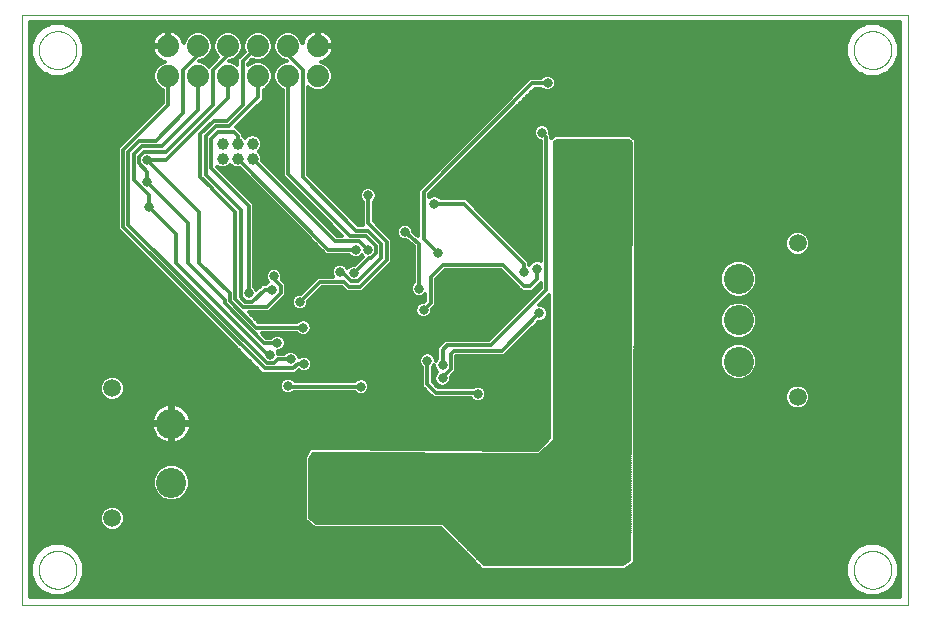
<source format=gbl>
G75*
%MOIN*%
%OFA0B0*%
%FSLAX25Y25*%
%IPPOS*%
%LPD*%
%AMOC8*
5,1,8,0,0,1.08239X$1,22.5*
%
%ADD10C,0.00000*%
%ADD11C,0.03937*%
%ADD12C,0.10039*%
%ADD13C,0.05906*%
%ADD14C,0.07400*%
%ADD15C,0.03150*%
%ADD16C,0.01181*%
%ADD17C,0.00600*%
D10*
X0076394Y0056709D02*
X0076394Y0253559D01*
X0371669Y0253559D01*
X0371669Y0056709D01*
X0076394Y0056709D01*
X0081906Y0068520D02*
X0081908Y0068678D01*
X0081914Y0068836D01*
X0081924Y0068994D01*
X0081938Y0069152D01*
X0081956Y0069309D01*
X0081977Y0069466D01*
X0082003Y0069622D01*
X0082033Y0069778D01*
X0082066Y0069933D01*
X0082104Y0070086D01*
X0082145Y0070239D01*
X0082190Y0070391D01*
X0082239Y0070542D01*
X0082292Y0070691D01*
X0082348Y0070839D01*
X0082408Y0070985D01*
X0082472Y0071130D01*
X0082540Y0071273D01*
X0082611Y0071415D01*
X0082685Y0071555D01*
X0082763Y0071692D01*
X0082845Y0071828D01*
X0082929Y0071962D01*
X0083018Y0072093D01*
X0083109Y0072222D01*
X0083204Y0072349D01*
X0083301Y0072474D01*
X0083402Y0072596D01*
X0083506Y0072715D01*
X0083613Y0072832D01*
X0083723Y0072946D01*
X0083836Y0073057D01*
X0083951Y0073166D01*
X0084069Y0073271D01*
X0084190Y0073373D01*
X0084313Y0073473D01*
X0084439Y0073569D01*
X0084567Y0073662D01*
X0084697Y0073752D01*
X0084830Y0073838D01*
X0084965Y0073922D01*
X0085101Y0074001D01*
X0085240Y0074078D01*
X0085381Y0074150D01*
X0085523Y0074220D01*
X0085667Y0074285D01*
X0085813Y0074347D01*
X0085960Y0074405D01*
X0086109Y0074460D01*
X0086259Y0074511D01*
X0086410Y0074558D01*
X0086562Y0074601D01*
X0086715Y0074640D01*
X0086870Y0074676D01*
X0087025Y0074707D01*
X0087181Y0074735D01*
X0087337Y0074759D01*
X0087494Y0074779D01*
X0087652Y0074795D01*
X0087809Y0074807D01*
X0087968Y0074815D01*
X0088126Y0074819D01*
X0088284Y0074819D01*
X0088442Y0074815D01*
X0088601Y0074807D01*
X0088758Y0074795D01*
X0088916Y0074779D01*
X0089073Y0074759D01*
X0089229Y0074735D01*
X0089385Y0074707D01*
X0089540Y0074676D01*
X0089695Y0074640D01*
X0089848Y0074601D01*
X0090000Y0074558D01*
X0090151Y0074511D01*
X0090301Y0074460D01*
X0090450Y0074405D01*
X0090597Y0074347D01*
X0090743Y0074285D01*
X0090887Y0074220D01*
X0091029Y0074150D01*
X0091170Y0074078D01*
X0091309Y0074001D01*
X0091445Y0073922D01*
X0091580Y0073838D01*
X0091713Y0073752D01*
X0091843Y0073662D01*
X0091971Y0073569D01*
X0092097Y0073473D01*
X0092220Y0073373D01*
X0092341Y0073271D01*
X0092459Y0073166D01*
X0092574Y0073057D01*
X0092687Y0072946D01*
X0092797Y0072832D01*
X0092904Y0072715D01*
X0093008Y0072596D01*
X0093109Y0072474D01*
X0093206Y0072349D01*
X0093301Y0072222D01*
X0093392Y0072093D01*
X0093481Y0071962D01*
X0093565Y0071828D01*
X0093647Y0071692D01*
X0093725Y0071555D01*
X0093799Y0071415D01*
X0093870Y0071273D01*
X0093938Y0071130D01*
X0094002Y0070985D01*
X0094062Y0070839D01*
X0094118Y0070691D01*
X0094171Y0070542D01*
X0094220Y0070391D01*
X0094265Y0070239D01*
X0094306Y0070086D01*
X0094344Y0069933D01*
X0094377Y0069778D01*
X0094407Y0069622D01*
X0094433Y0069466D01*
X0094454Y0069309D01*
X0094472Y0069152D01*
X0094486Y0068994D01*
X0094496Y0068836D01*
X0094502Y0068678D01*
X0094504Y0068520D01*
X0094502Y0068362D01*
X0094496Y0068204D01*
X0094486Y0068046D01*
X0094472Y0067888D01*
X0094454Y0067731D01*
X0094433Y0067574D01*
X0094407Y0067418D01*
X0094377Y0067262D01*
X0094344Y0067107D01*
X0094306Y0066954D01*
X0094265Y0066801D01*
X0094220Y0066649D01*
X0094171Y0066498D01*
X0094118Y0066349D01*
X0094062Y0066201D01*
X0094002Y0066055D01*
X0093938Y0065910D01*
X0093870Y0065767D01*
X0093799Y0065625D01*
X0093725Y0065485D01*
X0093647Y0065348D01*
X0093565Y0065212D01*
X0093481Y0065078D01*
X0093392Y0064947D01*
X0093301Y0064818D01*
X0093206Y0064691D01*
X0093109Y0064566D01*
X0093008Y0064444D01*
X0092904Y0064325D01*
X0092797Y0064208D01*
X0092687Y0064094D01*
X0092574Y0063983D01*
X0092459Y0063874D01*
X0092341Y0063769D01*
X0092220Y0063667D01*
X0092097Y0063567D01*
X0091971Y0063471D01*
X0091843Y0063378D01*
X0091713Y0063288D01*
X0091580Y0063202D01*
X0091445Y0063118D01*
X0091309Y0063039D01*
X0091170Y0062962D01*
X0091029Y0062890D01*
X0090887Y0062820D01*
X0090743Y0062755D01*
X0090597Y0062693D01*
X0090450Y0062635D01*
X0090301Y0062580D01*
X0090151Y0062529D01*
X0090000Y0062482D01*
X0089848Y0062439D01*
X0089695Y0062400D01*
X0089540Y0062364D01*
X0089385Y0062333D01*
X0089229Y0062305D01*
X0089073Y0062281D01*
X0088916Y0062261D01*
X0088758Y0062245D01*
X0088601Y0062233D01*
X0088442Y0062225D01*
X0088284Y0062221D01*
X0088126Y0062221D01*
X0087968Y0062225D01*
X0087809Y0062233D01*
X0087652Y0062245D01*
X0087494Y0062261D01*
X0087337Y0062281D01*
X0087181Y0062305D01*
X0087025Y0062333D01*
X0086870Y0062364D01*
X0086715Y0062400D01*
X0086562Y0062439D01*
X0086410Y0062482D01*
X0086259Y0062529D01*
X0086109Y0062580D01*
X0085960Y0062635D01*
X0085813Y0062693D01*
X0085667Y0062755D01*
X0085523Y0062820D01*
X0085381Y0062890D01*
X0085240Y0062962D01*
X0085101Y0063039D01*
X0084965Y0063118D01*
X0084830Y0063202D01*
X0084697Y0063288D01*
X0084567Y0063378D01*
X0084439Y0063471D01*
X0084313Y0063567D01*
X0084190Y0063667D01*
X0084069Y0063769D01*
X0083951Y0063874D01*
X0083836Y0063983D01*
X0083723Y0064094D01*
X0083613Y0064208D01*
X0083506Y0064325D01*
X0083402Y0064444D01*
X0083301Y0064566D01*
X0083204Y0064691D01*
X0083109Y0064818D01*
X0083018Y0064947D01*
X0082929Y0065078D01*
X0082845Y0065212D01*
X0082763Y0065348D01*
X0082685Y0065485D01*
X0082611Y0065625D01*
X0082540Y0065767D01*
X0082472Y0065910D01*
X0082408Y0066055D01*
X0082348Y0066201D01*
X0082292Y0066349D01*
X0082239Y0066498D01*
X0082190Y0066649D01*
X0082145Y0066801D01*
X0082104Y0066954D01*
X0082066Y0067107D01*
X0082033Y0067262D01*
X0082003Y0067418D01*
X0081977Y0067574D01*
X0081956Y0067731D01*
X0081938Y0067888D01*
X0081924Y0068046D01*
X0081914Y0068204D01*
X0081908Y0068362D01*
X0081906Y0068520D01*
X0081906Y0241748D02*
X0081908Y0241906D01*
X0081914Y0242064D01*
X0081924Y0242222D01*
X0081938Y0242380D01*
X0081956Y0242537D01*
X0081977Y0242694D01*
X0082003Y0242850D01*
X0082033Y0243006D01*
X0082066Y0243161D01*
X0082104Y0243314D01*
X0082145Y0243467D01*
X0082190Y0243619D01*
X0082239Y0243770D01*
X0082292Y0243919D01*
X0082348Y0244067D01*
X0082408Y0244213D01*
X0082472Y0244358D01*
X0082540Y0244501D01*
X0082611Y0244643D01*
X0082685Y0244783D01*
X0082763Y0244920D01*
X0082845Y0245056D01*
X0082929Y0245190D01*
X0083018Y0245321D01*
X0083109Y0245450D01*
X0083204Y0245577D01*
X0083301Y0245702D01*
X0083402Y0245824D01*
X0083506Y0245943D01*
X0083613Y0246060D01*
X0083723Y0246174D01*
X0083836Y0246285D01*
X0083951Y0246394D01*
X0084069Y0246499D01*
X0084190Y0246601D01*
X0084313Y0246701D01*
X0084439Y0246797D01*
X0084567Y0246890D01*
X0084697Y0246980D01*
X0084830Y0247066D01*
X0084965Y0247150D01*
X0085101Y0247229D01*
X0085240Y0247306D01*
X0085381Y0247378D01*
X0085523Y0247448D01*
X0085667Y0247513D01*
X0085813Y0247575D01*
X0085960Y0247633D01*
X0086109Y0247688D01*
X0086259Y0247739D01*
X0086410Y0247786D01*
X0086562Y0247829D01*
X0086715Y0247868D01*
X0086870Y0247904D01*
X0087025Y0247935D01*
X0087181Y0247963D01*
X0087337Y0247987D01*
X0087494Y0248007D01*
X0087652Y0248023D01*
X0087809Y0248035D01*
X0087968Y0248043D01*
X0088126Y0248047D01*
X0088284Y0248047D01*
X0088442Y0248043D01*
X0088601Y0248035D01*
X0088758Y0248023D01*
X0088916Y0248007D01*
X0089073Y0247987D01*
X0089229Y0247963D01*
X0089385Y0247935D01*
X0089540Y0247904D01*
X0089695Y0247868D01*
X0089848Y0247829D01*
X0090000Y0247786D01*
X0090151Y0247739D01*
X0090301Y0247688D01*
X0090450Y0247633D01*
X0090597Y0247575D01*
X0090743Y0247513D01*
X0090887Y0247448D01*
X0091029Y0247378D01*
X0091170Y0247306D01*
X0091309Y0247229D01*
X0091445Y0247150D01*
X0091580Y0247066D01*
X0091713Y0246980D01*
X0091843Y0246890D01*
X0091971Y0246797D01*
X0092097Y0246701D01*
X0092220Y0246601D01*
X0092341Y0246499D01*
X0092459Y0246394D01*
X0092574Y0246285D01*
X0092687Y0246174D01*
X0092797Y0246060D01*
X0092904Y0245943D01*
X0093008Y0245824D01*
X0093109Y0245702D01*
X0093206Y0245577D01*
X0093301Y0245450D01*
X0093392Y0245321D01*
X0093481Y0245190D01*
X0093565Y0245056D01*
X0093647Y0244920D01*
X0093725Y0244783D01*
X0093799Y0244643D01*
X0093870Y0244501D01*
X0093938Y0244358D01*
X0094002Y0244213D01*
X0094062Y0244067D01*
X0094118Y0243919D01*
X0094171Y0243770D01*
X0094220Y0243619D01*
X0094265Y0243467D01*
X0094306Y0243314D01*
X0094344Y0243161D01*
X0094377Y0243006D01*
X0094407Y0242850D01*
X0094433Y0242694D01*
X0094454Y0242537D01*
X0094472Y0242380D01*
X0094486Y0242222D01*
X0094496Y0242064D01*
X0094502Y0241906D01*
X0094504Y0241748D01*
X0094502Y0241590D01*
X0094496Y0241432D01*
X0094486Y0241274D01*
X0094472Y0241116D01*
X0094454Y0240959D01*
X0094433Y0240802D01*
X0094407Y0240646D01*
X0094377Y0240490D01*
X0094344Y0240335D01*
X0094306Y0240182D01*
X0094265Y0240029D01*
X0094220Y0239877D01*
X0094171Y0239726D01*
X0094118Y0239577D01*
X0094062Y0239429D01*
X0094002Y0239283D01*
X0093938Y0239138D01*
X0093870Y0238995D01*
X0093799Y0238853D01*
X0093725Y0238713D01*
X0093647Y0238576D01*
X0093565Y0238440D01*
X0093481Y0238306D01*
X0093392Y0238175D01*
X0093301Y0238046D01*
X0093206Y0237919D01*
X0093109Y0237794D01*
X0093008Y0237672D01*
X0092904Y0237553D01*
X0092797Y0237436D01*
X0092687Y0237322D01*
X0092574Y0237211D01*
X0092459Y0237102D01*
X0092341Y0236997D01*
X0092220Y0236895D01*
X0092097Y0236795D01*
X0091971Y0236699D01*
X0091843Y0236606D01*
X0091713Y0236516D01*
X0091580Y0236430D01*
X0091445Y0236346D01*
X0091309Y0236267D01*
X0091170Y0236190D01*
X0091029Y0236118D01*
X0090887Y0236048D01*
X0090743Y0235983D01*
X0090597Y0235921D01*
X0090450Y0235863D01*
X0090301Y0235808D01*
X0090151Y0235757D01*
X0090000Y0235710D01*
X0089848Y0235667D01*
X0089695Y0235628D01*
X0089540Y0235592D01*
X0089385Y0235561D01*
X0089229Y0235533D01*
X0089073Y0235509D01*
X0088916Y0235489D01*
X0088758Y0235473D01*
X0088601Y0235461D01*
X0088442Y0235453D01*
X0088284Y0235449D01*
X0088126Y0235449D01*
X0087968Y0235453D01*
X0087809Y0235461D01*
X0087652Y0235473D01*
X0087494Y0235489D01*
X0087337Y0235509D01*
X0087181Y0235533D01*
X0087025Y0235561D01*
X0086870Y0235592D01*
X0086715Y0235628D01*
X0086562Y0235667D01*
X0086410Y0235710D01*
X0086259Y0235757D01*
X0086109Y0235808D01*
X0085960Y0235863D01*
X0085813Y0235921D01*
X0085667Y0235983D01*
X0085523Y0236048D01*
X0085381Y0236118D01*
X0085240Y0236190D01*
X0085101Y0236267D01*
X0084965Y0236346D01*
X0084830Y0236430D01*
X0084697Y0236516D01*
X0084567Y0236606D01*
X0084439Y0236699D01*
X0084313Y0236795D01*
X0084190Y0236895D01*
X0084069Y0236997D01*
X0083951Y0237102D01*
X0083836Y0237211D01*
X0083723Y0237322D01*
X0083613Y0237436D01*
X0083506Y0237553D01*
X0083402Y0237672D01*
X0083301Y0237794D01*
X0083204Y0237919D01*
X0083109Y0238046D01*
X0083018Y0238175D01*
X0082929Y0238306D01*
X0082845Y0238440D01*
X0082763Y0238576D01*
X0082685Y0238713D01*
X0082611Y0238853D01*
X0082540Y0238995D01*
X0082472Y0239138D01*
X0082408Y0239283D01*
X0082348Y0239429D01*
X0082292Y0239577D01*
X0082239Y0239726D01*
X0082190Y0239877D01*
X0082145Y0240029D01*
X0082104Y0240182D01*
X0082066Y0240335D01*
X0082033Y0240490D01*
X0082003Y0240646D01*
X0081977Y0240802D01*
X0081956Y0240959D01*
X0081938Y0241116D01*
X0081924Y0241274D01*
X0081914Y0241432D01*
X0081908Y0241590D01*
X0081906Y0241748D01*
X0353559Y0241748D02*
X0353561Y0241906D01*
X0353567Y0242064D01*
X0353577Y0242222D01*
X0353591Y0242380D01*
X0353609Y0242537D01*
X0353630Y0242694D01*
X0353656Y0242850D01*
X0353686Y0243006D01*
X0353719Y0243161D01*
X0353757Y0243314D01*
X0353798Y0243467D01*
X0353843Y0243619D01*
X0353892Y0243770D01*
X0353945Y0243919D01*
X0354001Y0244067D01*
X0354061Y0244213D01*
X0354125Y0244358D01*
X0354193Y0244501D01*
X0354264Y0244643D01*
X0354338Y0244783D01*
X0354416Y0244920D01*
X0354498Y0245056D01*
X0354582Y0245190D01*
X0354671Y0245321D01*
X0354762Y0245450D01*
X0354857Y0245577D01*
X0354954Y0245702D01*
X0355055Y0245824D01*
X0355159Y0245943D01*
X0355266Y0246060D01*
X0355376Y0246174D01*
X0355489Y0246285D01*
X0355604Y0246394D01*
X0355722Y0246499D01*
X0355843Y0246601D01*
X0355966Y0246701D01*
X0356092Y0246797D01*
X0356220Y0246890D01*
X0356350Y0246980D01*
X0356483Y0247066D01*
X0356618Y0247150D01*
X0356754Y0247229D01*
X0356893Y0247306D01*
X0357034Y0247378D01*
X0357176Y0247448D01*
X0357320Y0247513D01*
X0357466Y0247575D01*
X0357613Y0247633D01*
X0357762Y0247688D01*
X0357912Y0247739D01*
X0358063Y0247786D01*
X0358215Y0247829D01*
X0358368Y0247868D01*
X0358523Y0247904D01*
X0358678Y0247935D01*
X0358834Y0247963D01*
X0358990Y0247987D01*
X0359147Y0248007D01*
X0359305Y0248023D01*
X0359462Y0248035D01*
X0359621Y0248043D01*
X0359779Y0248047D01*
X0359937Y0248047D01*
X0360095Y0248043D01*
X0360254Y0248035D01*
X0360411Y0248023D01*
X0360569Y0248007D01*
X0360726Y0247987D01*
X0360882Y0247963D01*
X0361038Y0247935D01*
X0361193Y0247904D01*
X0361348Y0247868D01*
X0361501Y0247829D01*
X0361653Y0247786D01*
X0361804Y0247739D01*
X0361954Y0247688D01*
X0362103Y0247633D01*
X0362250Y0247575D01*
X0362396Y0247513D01*
X0362540Y0247448D01*
X0362682Y0247378D01*
X0362823Y0247306D01*
X0362962Y0247229D01*
X0363098Y0247150D01*
X0363233Y0247066D01*
X0363366Y0246980D01*
X0363496Y0246890D01*
X0363624Y0246797D01*
X0363750Y0246701D01*
X0363873Y0246601D01*
X0363994Y0246499D01*
X0364112Y0246394D01*
X0364227Y0246285D01*
X0364340Y0246174D01*
X0364450Y0246060D01*
X0364557Y0245943D01*
X0364661Y0245824D01*
X0364762Y0245702D01*
X0364859Y0245577D01*
X0364954Y0245450D01*
X0365045Y0245321D01*
X0365134Y0245190D01*
X0365218Y0245056D01*
X0365300Y0244920D01*
X0365378Y0244783D01*
X0365452Y0244643D01*
X0365523Y0244501D01*
X0365591Y0244358D01*
X0365655Y0244213D01*
X0365715Y0244067D01*
X0365771Y0243919D01*
X0365824Y0243770D01*
X0365873Y0243619D01*
X0365918Y0243467D01*
X0365959Y0243314D01*
X0365997Y0243161D01*
X0366030Y0243006D01*
X0366060Y0242850D01*
X0366086Y0242694D01*
X0366107Y0242537D01*
X0366125Y0242380D01*
X0366139Y0242222D01*
X0366149Y0242064D01*
X0366155Y0241906D01*
X0366157Y0241748D01*
X0366155Y0241590D01*
X0366149Y0241432D01*
X0366139Y0241274D01*
X0366125Y0241116D01*
X0366107Y0240959D01*
X0366086Y0240802D01*
X0366060Y0240646D01*
X0366030Y0240490D01*
X0365997Y0240335D01*
X0365959Y0240182D01*
X0365918Y0240029D01*
X0365873Y0239877D01*
X0365824Y0239726D01*
X0365771Y0239577D01*
X0365715Y0239429D01*
X0365655Y0239283D01*
X0365591Y0239138D01*
X0365523Y0238995D01*
X0365452Y0238853D01*
X0365378Y0238713D01*
X0365300Y0238576D01*
X0365218Y0238440D01*
X0365134Y0238306D01*
X0365045Y0238175D01*
X0364954Y0238046D01*
X0364859Y0237919D01*
X0364762Y0237794D01*
X0364661Y0237672D01*
X0364557Y0237553D01*
X0364450Y0237436D01*
X0364340Y0237322D01*
X0364227Y0237211D01*
X0364112Y0237102D01*
X0363994Y0236997D01*
X0363873Y0236895D01*
X0363750Y0236795D01*
X0363624Y0236699D01*
X0363496Y0236606D01*
X0363366Y0236516D01*
X0363233Y0236430D01*
X0363098Y0236346D01*
X0362962Y0236267D01*
X0362823Y0236190D01*
X0362682Y0236118D01*
X0362540Y0236048D01*
X0362396Y0235983D01*
X0362250Y0235921D01*
X0362103Y0235863D01*
X0361954Y0235808D01*
X0361804Y0235757D01*
X0361653Y0235710D01*
X0361501Y0235667D01*
X0361348Y0235628D01*
X0361193Y0235592D01*
X0361038Y0235561D01*
X0360882Y0235533D01*
X0360726Y0235509D01*
X0360569Y0235489D01*
X0360411Y0235473D01*
X0360254Y0235461D01*
X0360095Y0235453D01*
X0359937Y0235449D01*
X0359779Y0235449D01*
X0359621Y0235453D01*
X0359462Y0235461D01*
X0359305Y0235473D01*
X0359147Y0235489D01*
X0358990Y0235509D01*
X0358834Y0235533D01*
X0358678Y0235561D01*
X0358523Y0235592D01*
X0358368Y0235628D01*
X0358215Y0235667D01*
X0358063Y0235710D01*
X0357912Y0235757D01*
X0357762Y0235808D01*
X0357613Y0235863D01*
X0357466Y0235921D01*
X0357320Y0235983D01*
X0357176Y0236048D01*
X0357034Y0236118D01*
X0356893Y0236190D01*
X0356754Y0236267D01*
X0356618Y0236346D01*
X0356483Y0236430D01*
X0356350Y0236516D01*
X0356220Y0236606D01*
X0356092Y0236699D01*
X0355966Y0236795D01*
X0355843Y0236895D01*
X0355722Y0236997D01*
X0355604Y0237102D01*
X0355489Y0237211D01*
X0355376Y0237322D01*
X0355266Y0237436D01*
X0355159Y0237553D01*
X0355055Y0237672D01*
X0354954Y0237794D01*
X0354857Y0237919D01*
X0354762Y0238046D01*
X0354671Y0238175D01*
X0354582Y0238306D01*
X0354498Y0238440D01*
X0354416Y0238576D01*
X0354338Y0238713D01*
X0354264Y0238853D01*
X0354193Y0238995D01*
X0354125Y0239138D01*
X0354061Y0239283D01*
X0354001Y0239429D01*
X0353945Y0239577D01*
X0353892Y0239726D01*
X0353843Y0239877D01*
X0353798Y0240029D01*
X0353757Y0240182D01*
X0353719Y0240335D01*
X0353686Y0240490D01*
X0353656Y0240646D01*
X0353630Y0240802D01*
X0353609Y0240959D01*
X0353591Y0241116D01*
X0353577Y0241274D01*
X0353567Y0241432D01*
X0353561Y0241590D01*
X0353559Y0241748D01*
X0353559Y0068520D02*
X0353561Y0068678D01*
X0353567Y0068836D01*
X0353577Y0068994D01*
X0353591Y0069152D01*
X0353609Y0069309D01*
X0353630Y0069466D01*
X0353656Y0069622D01*
X0353686Y0069778D01*
X0353719Y0069933D01*
X0353757Y0070086D01*
X0353798Y0070239D01*
X0353843Y0070391D01*
X0353892Y0070542D01*
X0353945Y0070691D01*
X0354001Y0070839D01*
X0354061Y0070985D01*
X0354125Y0071130D01*
X0354193Y0071273D01*
X0354264Y0071415D01*
X0354338Y0071555D01*
X0354416Y0071692D01*
X0354498Y0071828D01*
X0354582Y0071962D01*
X0354671Y0072093D01*
X0354762Y0072222D01*
X0354857Y0072349D01*
X0354954Y0072474D01*
X0355055Y0072596D01*
X0355159Y0072715D01*
X0355266Y0072832D01*
X0355376Y0072946D01*
X0355489Y0073057D01*
X0355604Y0073166D01*
X0355722Y0073271D01*
X0355843Y0073373D01*
X0355966Y0073473D01*
X0356092Y0073569D01*
X0356220Y0073662D01*
X0356350Y0073752D01*
X0356483Y0073838D01*
X0356618Y0073922D01*
X0356754Y0074001D01*
X0356893Y0074078D01*
X0357034Y0074150D01*
X0357176Y0074220D01*
X0357320Y0074285D01*
X0357466Y0074347D01*
X0357613Y0074405D01*
X0357762Y0074460D01*
X0357912Y0074511D01*
X0358063Y0074558D01*
X0358215Y0074601D01*
X0358368Y0074640D01*
X0358523Y0074676D01*
X0358678Y0074707D01*
X0358834Y0074735D01*
X0358990Y0074759D01*
X0359147Y0074779D01*
X0359305Y0074795D01*
X0359462Y0074807D01*
X0359621Y0074815D01*
X0359779Y0074819D01*
X0359937Y0074819D01*
X0360095Y0074815D01*
X0360254Y0074807D01*
X0360411Y0074795D01*
X0360569Y0074779D01*
X0360726Y0074759D01*
X0360882Y0074735D01*
X0361038Y0074707D01*
X0361193Y0074676D01*
X0361348Y0074640D01*
X0361501Y0074601D01*
X0361653Y0074558D01*
X0361804Y0074511D01*
X0361954Y0074460D01*
X0362103Y0074405D01*
X0362250Y0074347D01*
X0362396Y0074285D01*
X0362540Y0074220D01*
X0362682Y0074150D01*
X0362823Y0074078D01*
X0362962Y0074001D01*
X0363098Y0073922D01*
X0363233Y0073838D01*
X0363366Y0073752D01*
X0363496Y0073662D01*
X0363624Y0073569D01*
X0363750Y0073473D01*
X0363873Y0073373D01*
X0363994Y0073271D01*
X0364112Y0073166D01*
X0364227Y0073057D01*
X0364340Y0072946D01*
X0364450Y0072832D01*
X0364557Y0072715D01*
X0364661Y0072596D01*
X0364762Y0072474D01*
X0364859Y0072349D01*
X0364954Y0072222D01*
X0365045Y0072093D01*
X0365134Y0071962D01*
X0365218Y0071828D01*
X0365300Y0071692D01*
X0365378Y0071555D01*
X0365452Y0071415D01*
X0365523Y0071273D01*
X0365591Y0071130D01*
X0365655Y0070985D01*
X0365715Y0070839D01*
X0365771Y0070691D01*
X0365824Y0070542D01*
X0365873Y0070391D01*
X0365918Y0070239D01*
X0365959Y0070086D01*
X0365997Y0069933D01*
X0366030Y0069778D01*
X0366060Y0069622D01*
X0366086Y0069466D01*
X0366107Y0069309D01*
X0366125Y0069152D01*
X0366139Y0068994D01*
X0366149Y0068836D01*
X0366155Y0068678D01*
X0366157Y0068520D01*
X0366155Y0068362D01*
X0366149Y0068204D01*
X0366139Y0068046D01*
X0366125Y0067888D01*
X0366107Y0067731D01*
X0366086Y0067574D01*
X0366060Y0067418D01*
X0366030Y0067262D01*
X0365997Y0067107D01*
X0365959Y0066954D01*
X0365918Y0066801D01*
X0365873Y0066649D01*
X0365824Y0066498D01*
X0365771Y0066349D01*
X0365715Y0066201D01*
X0365655Y0066055D01*
X0365591Y0065910D01*
X0365523Y0065767D01*
X0365452Y0065625D01*
X0365378Y0065485D01*
X0365300Y0065348D01*
X0365218Y0065212D01*
X0365134Y0065078D01*
X0365045Y0064947D01*
X0364954Y0064818D01*
X0364859Y0064691D01*
X0364762Y0064566D01*
X0364661Y0064444D01*
X0364557Y0064325D01*
X0364450Y0064208D01*
X0364340Y0064094D01*
X0364227Y0063983D01*
X0364112Y0063874D01*
X0363994Y0063769D01*
X0363873Y0063667D01*
X0363750Y0063567D01*
X0363624Y0063471D01*
X0363496Y0063378D01*
X0363366Y0063288D01*
X0363233Y0063202D01*
X0363098Y0063118D01*
X0362962Y0063039D01*
X0362823Y0062962D01*
X0362682Y0062890D01*
X0362540Y0062820D01*
X0362396Y0062755D01*
X0362250Y0062693D01*
X0362103Y0062635D01*
X0361954Y0062580D01*
X0361804Y0062529D01*
X0361653Y0062482D01*
X0361501Y0062439D01*
X0361348Y0062400D01*
X0361193Y0062364D01*
X0361038Y0062333D01*
X0360882Y0062305D01*
X0360726Y0062281D01*
X0360569Y0062261D01*
X0360411Y0062245D01*
X0360254Y0062233D01*
X0360095Y0062225D01*
X0359937Y0062221D01*
X0359779Y0062221D01*
X0359621Y0062225D01*
X0359462Y0062233D01*
X0359305Y0062245D01*
X0359147Y0062261D01*
X0358990Y0062281D01*
X0358834Y0062305D01*
X0358678Y0062333D01*
X0358523Y0062364D01*
X0358368Y0062400D01*
X0358215Y0062439D01*
X0358063Y0062482D01*
X0357912Y0062529D01*
X0357762Y0062580D01*
X0357613Y0062635D01*
X0357466Y0062693D01*
X0357320Y0062755D01*
X0357176Y0062820D01*
X0357034Y0062890D01*
X0356893Y0062962D01*
X0356754Y0063039D01*
X0356618Y0063118D01*
X0356483Y0063202D01*
X0356350Y0063288D01*
X0356220Y0063378D01*
X0356092Y0063471D01*
X0355966Y0063567D01*
X0355843Y0063667D01*
X0355722Y0063769D01*
X0355604Y0063874D01*
X0355489Y0063983D01*
X0355376Y0064094D01*
X0355266Y0064208D01*
X0355159Y0064325D01*
X0355055Y0064444D01*
X0354954Y0064566D01*
X0354857Y0064691D01*
X0354762Y0064818D01*
X0354671Y0064947D01*
X0354582Y0065078D01*
X0354498Y0065212D01*
X0354416Y0065348D01*
X0354338Y0065485D01*
X0354264Y0065625D01*
X0354193Y0065767D01*
X0354125Y0065910D01*
X0354061Y0066055D01*
X0354001Y0066201D01*
X0353945Y0066349D01*
X0353892Y0066498D01*
X0353843Y0066649D01*
X0353798Y0066801D01*
X0353757Y0066954D01*
X0353719Y0067107D01*
X0353686Y0067262D01*
X0353656Y0067418D01*
X0353630Y0067574D01*
X0353609Y0067731D01*
X0353591Y0067888D01*
X0353577Y0068046D01*
X0353567Y0068204D01*
X0353561Y0068362D01*
X0353559Y0068520D01*
D11*
X0153244Y0205488D03*
X0148244Y0205488D03*
X0143244Y0205488D03*
X0143244Y0210488D03*
X0148244Y0210488D03*
X0153244Y0210488D03*
D12*
X0126118Y0117220D03*
X0126118Y0097535D03*
X0315213Y0137929D03*
X0315213Y0151709D03*
X0315213Y0165488D03*
D13*
X0334898Y0177299D03*
X0334898Y0126118D03*
X0106433Y0129031D03*
X0106433Y0085724D03*
D14*
X0125016Y0233087D03*
X0125016Y0243087D03*
X0135016Y0243087D03*
X0145016Y0243087D03*
X0155016Y0243087D03*
X0165016Y0243087D03*
X0175016Y0243087D03*
X0175016Y0233087D03*
X0165016Y0233087D03*
X0155016Y0233087D03*
X0145016Y0233087D03*
X0135016Y0233087D03*
D15*
X0174465Y0213362D03*
X0187693Y0213598D03*
X0192102Y0210606D03*
X0203165Y0218913D03*
X0211039Y0218913D03*
X0211039Y0226787D03*
X0218913Y0230724D03*
X0211039Y0234661D03*
X0203165Y0234661D03*
X0203165Y0226787D03*
X0195291Y0226787D03*
X0187417Y0226787D03*
X0187417Y0234661D03*
X0195291Y0234661D03*
X0195291Y0242535D03*
X0187417Y0242535D03*
X0203165Y0242535D03*
X0211039Y0242535D03*
X0218913Y0238598D03*
X0251591Y0230724D03*
X0249622Y0214189D03*
X0256315Y0208283D03*
X0256315Y0204346D03*
X0256315Y0200409D03*
X0260252Y0200409D03*
X0264189Y0200409D03*
X0268126Y0200409D03*
X0272063Y0200409D03*
X0276000Y0200409D03*
X0276000Y0204346D03*
X0272063Y0204346D03*
X0268126Y0204346D03*
X0264189Y0204346D03*
X0260252Y0204346D03*
X0260252Y0208283D03*
X0264189Y0208283D03*
X0268126Y0208283D03*
X0272063Y0208283D03*
X0276000Y0208283D03*
X0276000Y0196472D03*
X0276000Y0192535D03*
X0272063Y0192535D03*
X0268126Y0192535D03*
X0264189Y0192535D03*
X0260252Y0192535D03*
X0256315Y0192535D03*
X0256315Y0196472D03*
X0260252Y0196472D03*
X0264189Y0196472D03*
X0268126Y0196472D03*
X0272063Y0196472D03*
X0248047Y0168913D03*
X0243717Y0167732D03*
X0230331Y0166551D03*
X0230331Y0162614D03*
X0226394Y0162614D03*
X0226394Y0166551D03*
X0222457Y0166551D03*
X0218520Y0166551D03*
X0208677Y0162220D03*
X0210252Y0155134D03*
X0222063Y0148047D03*
X0226394Y0146866D03*
X0230331Y0146866D03*
X0230331Y0150803D03*
X0230331Y0154740D03*
X0230331Y0158677D03*
X0226394Y0158677D03*
X0226394Y0154740D03*
X0226394Y0150803D03*
X0216551Y0136630D03*
X0211433Y0138205D03*
X0216551Y0132299D03*
X0228362Y0127181D03*
X0256315Y0133087D03*
X0256315Y0137024D03*
X0256315Y0140961D03*
X0260252Y0140961D03*
X0264189Y0140961D03*
X0268126Y0140961D03*
X0272063Y0140961D03*
X0276000Y0140961D03*
X0276000Y0137024D03*
X0272063Y0137024D03*
X0268126Y0137024D03*
X0264189Y0137024D03*
X0260252Y0137024D03*
X0260252Y0133087D03*
X0264189Y0133087D03*
X0268126Y0133087D03*
X0272063Y0133087D03*
X0276000Y0133087D03*
X0290567Y0138205D03*
X0290567Y0142929D03*
X0299622Y0136236D03*
X0276000Y0144898D03*
X0276000Y0148835D03*
X0272063Y0148835D03*
X0268126Y0148835D03*
X0264189Y0148835D03*
X0260252Y0148835D03*
X0256315Y0148835D03*
X0256315Y0144898D03*
X0260252Y0144898D03*
X0264189Y0144898D03*
X0268126Y0144898D03*
X0272063Y0144898D03*
X0248835Y0153953D03*
X0214976Y0174031D03*
X0203953Y0181118D03*
X0213795Y0190567D03*
X0211354Y0200921D03*
X0191748Y0193323D03*
X0177024Y0200213D03*
X0155921Y0190961D03*
X0155921Y0184661D03*
X0160291Y0166315D03*
X0159819Y0161945D03*
X0151984Y0160646D03*
X0168992Y0157732D03*
X0176787Y0156315D03*
X0176787Y0160252D03*
X0180724Y0160252D03*
X0180724Y0156315D03*
X0182299Y0167732D03*
X0187142Y0167417D03*
X0174819Y0167732D03*
X0187614Y0175252D03*
X0191630Y0175213D03*
X0170094Y0149228D03*
X0161433Y0144110D03*
X0159071Y0140173D03*
X0165921Y0138795D03*
X0170331Y0137181D03*
X0165016Y0129740D03*
X0179543Y0132299D03*
X0189386Y0129543D03*
X0196866Y0113795D03*
X0190961Y0105528D03*
X0187024Y0105528D03*
X0183087Y0105528D03*
X0179150Y0105528D03*
X0175213Y0105528D03*
X0179150Y0101591D03*
X0183087Y0101591D03*
X0187024Y0101591D03*
X0190961Y0101591D03*
X0194898Y0101591D03*
X0194898Y0097654D03*
X0190961Y0097654D03*
X0187024Y0097654D03*
X0183087Y0097654D03*
X0179150Y0097654D03*
X0179150Y0093717D03*
X0183087Y0093717D03*
X0187024Y0093717D03*
X0190961Y0093717D03*
X0194898Y0093717D03*
X0194898Y0089780D03*
X0190961Y0089780D03*
X0187024Y0089780D03*
X0183087Y0089780D03*
X0179150Y0089780D03*
X0179150Y0085843D03*
X0183087Y0085843D03*
X0187024Y0085843D03*
X0190961Y0085843D03*
X0194898Y0085843D03*
X0205528Y0080724D03*
X0209465Y0080724D03*
X0213402Y0080724D03*
X0213402Y0076787D03*
X0217339Y0076787D03*
X0217339Y0072850D03*
X0217339Y0068913D03*
X0217339Y0064976D03*
X0213402Y0064976D03*
X0213402Y0068913D03*
X0213402Y0072850D03*
X0209465Y0072850D03*
X0209465Y0068913D03*
X0209465Y0064976D03*
X0205528Y0064976D03*
X0205528Y0068913D03*
X0205528Y0072850D03*
X0205528Y0076787D03*
X0209465Y0076787D03*
X0187417Y0073244D03*
X0187417Y0065370D03*
X0159858Y0073244D03*
X0124425Y0073244D03*
X0108677Y0073244D03*
X0104740Y0100803D03*
X0088992Y0100803D03*
X0088992Y0116551D03*
X0104740Y0116551D03*
X0084268Y0140173D03*
X0084661Y0157890D03*
X0105921Y0173638D03*
X0093717Y0182299D03*
X0118520Y0189386D03*
X0118126Y0197654D03*
X0118126Y0205134D03*
X0142929Y0127181D03*
X0152772Y0119701D03*
X0141748Y0116945D03*
X0256315Y0088598D03*
X0260252Y0088598D03*
X0264189Y0088598D03*
X0268126Y0088598D03*
X0272063Y0088598D03*
X0276000Y0088598D03*
X0276000Y0084661D03*
X0276000Y0080724D03*
X0276000Y0076787D03*
X0272063Y0076787D03*
X0268126Y0076787D03*
X0264189Y0076787D03*
X0260252Y0076787D03*
X0256315Y0076787D03*
X0256315Y0080724D03*
X0260252Y0080724D03*
X0264189Y0080724D03*
X0268126Y0080724D03*
X0272063Y0080724D03*
X0272063Y0084661D03*
X0268126Y0084661D03*
X0264189Y0084661D03*
X0260252Y0084661D03*
X0256315Y0084661D03*
X0256315Y0072850D03*
X0260252Y0072850D03*
X0264189Y0072850D03*
X0268126Y0072850D03*
X0272063Y0072850D03*
X0276000Y0072850D03*
X0309465Y0077181D03*
X0321276Y0077181D03*
X0333087Y0077181D03*
X0344898Y0077181D03*
X0344898Y0088992D03*
X0333087Y0088992D03*
X0333087Y0100803D03*
X0344898Y0100803D03*
X0356709Y0100803D03*
X0356709Y0088992D03*
X0356709Y0112614D03*
X0344898Y0112614D03*
X0333087Y0112614D03*
X0344898Y0128362D03*
X0356709Y0128362D03*
X0356709Y0140173D03*
X0344898Y0140173D03*
X0333087Y0140173D03*
X0333087Y0151984D03*
X0344898Y0151984D03*
X0356709Y0151984D03*
X0356709Y0163795D03*
X0344898Y0163795D03*
X0333087Y0163795D03*
X0344898Y0175606D03*
X0356709Y0175606D03*
X0356709Y0191354D03*
X0344898Y0191354D03*
X0344898Y0203165D03*
X0333087Y0203165D03*
X0333087Y0214976D03*
X0344898Y0214976D03*
X0356709Y0214976D03*
X0356709Y0203165D03*
X0356709Y0226787D03*
X0344898Y0226787D03*
X0333087Y0226787D03*
D16*
X0352322Y0236712D02*
X0350969Y0239980D01*
X0350969Y0243516D01*
X0352322Y0246784D01*
X0354823Y0249284D01*
X0358090Y0250638D01*
X0361627Y0250638D01*
X0364894Y0249284D01*
X0367395Y0246784D01*
X0368748Y0243516D01*
X0368748Y0239980D01*
X0367395Y0236712D01*
X0364894Y0234212D01*
X0361627Y0232858D01*
X0358090Y0232858D01*
X0354823Y0234212D01*
X0352322Y0236712D01*
X0352124Y0237190D02*
X0177829Y0237190D01*
X0177786Y0237233D02*
X0176151Y0237910D01*
X0176255Y0237926D01*
X0177047Y0238184D01*
X0177789Y0238562D01*
X0178462Y0239051D01*
X0179051Y0239640D01*
X0179541Y0240314D01*
X0179919Y0241056D01*
X0180176Y0241848D01*
X0180306Y0242670D01*
X0180306Y0242677D01*
X0175425Y0242677D01*
X0175425Y0243496D01*
X0174606Y0243496D01*
X0174606Y0248377D01*
X0174599Y0248377D01*
X0173777Y0248247D01*
X0172985Y0247990D01*
X0172243Y0247611D01*
X0171569Y0247122D01*
X0170980Y0246533D01*
X0170491Y0245859D01*
X0170113Y0245117D01*
X0169855Y0244325D01*
X0169839Y0244222D01*
X0169162Y0245857D01*
X0167786Y0247233D01*
X0165989Y0247977D01*
X0164043Y0247977D01*
X0162245Y0247233D01*
X0160870Y0245857D01*
X0160125Y0244059D01*
X0160125Y0242114D01*
X0160870Y0240316D01*
X0162245Y0238941D01*
X0164043Y0238196D01*
X0164304Y0238196D01*
X0164523Y0237977D01*
X0164043Y0237977D01*
X0162245Y0237233D01*
X0160870Y0235857D01*
X0160125Y0234059D01*
X0160125Y0232114D01*
X0160870Y0230316D01*
X0162245Y0228941D01*
X0163235Y0228531D01*
X0163235Y0199632D01*
X0183069Y0179798D01*
X0181453Y0179798D01*
X0156400Y0204851D01*
X0156403Y0204860D01*
X0156403Y0206117D01*
X0155922Y0207278D01*
X0155212Y0207988D01*
X0155922Y0208699D01*
X0156403Y0209860D01*
X0156403Y0211117D01*
X0155922Y0212278D01*
X0155034Y0213166D01*
X0153872Y0213647D01*
X0152616Y0213647D01*
X0151455Y0213166D01*
X0150744Y0212456D01*
X0150034Y0213166D01*
X0150025Y0213170D01*
X0150025Y0213942D01*
X0147810Y0216157D01*
X0155872Y0224219D01*
X0156915Y0225262D01*
X0156915Y0228580D01*
X0157786Y0228941D01*
X0159162Y0230316D01*
X0159906Y0232114D01*
X0159906Y0234059D01*
X0159162Y0235857D01*
X0157786Y0237233D01*
X0155989Y0237977D01*
X0154043Y0237977D01*
X0152245Y0237233D01*
X0151719Y0236706D01*
X0151719Y0237271D01*
X0153054Y0238606D01*
X0154043Y0238196D01*
X0155989Y0238196D01*
X0157786Y0238941D01*
X0159162Y0240316D01*
X0159906Y0242114D01*
X0159906Y0244059D01*
X0159162Y0245857D01*
X0157786Y0247233D01*
X0155989Y0247977D01*
X0154043Y0247977D01*
X0152245Y0247233D01*
X0150870Y0245857D01*
X0150125Y0244059D01*
X0150125Y0242114D01*
X0150535Y0241125D01*
X0148156Y0238746D01*
X0148156Y0236862D01*
X0147786Y0237233D01*
X0145989Y0237977D01*
X0145509Y0237977D01*
X0145728Y0238196D01*
X0145989Y0238196D01*
X0147786Y0238941D01*
X0149162Y0240316D01*
X0149906Y0242114D01*
X0149906Y0244059D01*
X0149162Y0245857D01*
X0147786Y0247233D01*
X0145989Y0247977D01*
X0144043Y0247977D01*
X0142245Y0247233D01*
X0140870Y0245857D01*
X0140125Y0244059D01*
X0140125Y0242114D01*
X0140870Y0240316D01*
X0141840Y0239346D01*
X0139387Y0236893D01*
X0138756Y0236262D01*
X0137786Y0237233D01*
X0135989Y0237977D01*
X0135509Y0237977D01*
X0135728Y0238196D01*
X0135989Y0238196D01*
X0137786Y0238941D01*
X0139162Y0240316D01*
X0139906Y0242114D01*
X0139906Y0244059D01*
X0139162Y0245857D01*
X0137786Y0247233D01*
X0135989Y0247977D01*
X0134043Y0247977D01*
X0132245Y0247233D01*
X0130870Y0245857D01*
X0130192Y0244222D01*
X0130176Y0244325D01*
X0129919Y0245117D01*
X0129541Y0245859D01*
X0129051Y0246533D01*
X0128462Y0247122D01*
X0127789Y0247611D01*
X0127047Y0247990D01*
X0126255Y0248247D01*
X0125432Y0248377D01*
X0125425Y0248377D01*
X0125425Y0243496D01*
X0124606Y0243496D01*
X0124606Y0242677D01*
X0119725Y0242677D01*
X0119725Y0242670D01*
X0119855Y0241848D01*
X0120113Y0241056D01*
X0120491Y0240314D01*
X0120980Y0239640D01*
X0121569Y0239051D01*
X0122243Y0238562D01*
X0122985Y0238184D01*
X0123777Y0237926D01*
X0123881Y0237910D01*
X0122245Y0237233D01*
X0120870Y0235857D01*
X0120125Y0234059D01*
X0120125Y0232114D01*
X0120870Y0230316D01*
X0122245Y0228941D01*
X0123235Y0228531D01*
X0123235Y0224229D01*
X0108236Y0209230D01*
X0108236Y0182059D01*
X0156450Y0133846D01*
X0167401Y0133846D01*
X0168445Y0134889D01*
X0168578Y0135023D01*
X0168764Y0134837D01*
X0169781Y0134416D01*
X0170881Y0134416D01*
X0171897Y0134837D01*
X0172675Y0135615D01*
X0173096Y0136631D01*
X0173096Y0137731D01*
X0172675Y0138748D01*
X0171897Y0139525D01*
X0170881Y0139946D01*
X0169781Y0139946D01*
X0168764Y0139525D01*
X0168657Y0139418D01*
X0168266Y0140362D01*
X0167488Y0141140D01*
X0166471Y0141561D01*
X0165371Y0141561D01*
X0164355Y0141140D01*
X0163792Y0140576D01*
X0161836Y0140576D01*
X0161836Y0140723D01*
X0161579Y0141345D01*
X0161983Y0141345D01*
X0163000Y0141766D01*
X0163777Y0142544D01*
X0164198Y0143560D01*
X0164198Y0144660D01*
X0163777Y0145677D01*
X0163000Y0146455D01*
X0161983Y0146876D01*
X0160883Y0146876D01*
X0159867Y0146455D01*
X0159303Y0145891D01*
X0157790Y0145891D01*
X0156234Y0147447D01*
X0167965Y0147447D01*
X0168528Y0146884D01*
X0169544Y0146463D01*
X0170645Y0146463D01*
X0171661Y0146884D01*
X0172439Y0147662D01*
X0172860Y0148678D01*
X0172860Y0149778D01*
X0172439Y0150795D01*
X0171661Y0151573D01*
X0170645Y0151994D01*
X0169544Y0151994D01*
X0168528Y0151573D01*
X0167965Y0151009D01*
X0155191Y0151009D01*
X0151882Y0154318D01*
X0158622Y0154318D01*
X0159665Y0155361D01*
X0164365Y0160062D01*
X0164365Y0163828D01*
X0162873Y0165321D01*
X0163057Y0165765D01*
X0163057Y0166865D01*
X0162636Y0167881D01*
X0161858Y0168659D01*
X0160841Y0169080D01*
X0159741Y0169080D01*
X0158725Y0168659D01*
X0157947Y0167881D01*
X0157526Y0166865D01*
X0157526Y0165765D01*
X0157947Y0164749D01*
X0158361Y0164334D01*
X0158252Y0164289D01*
X0157689Y0163726D01*
X0156457Y0163726D01*
X0154508Y0161778D01*
X0154329Y0162212D01*
X0153765Y0162775D01*
X0153765Y0190517D01*
X0141485Y0202797D01*
X0142616Y0202329D01*
X0143872Y0202329D01*
X0145034Y0202810D01*
X0145744Y0203521D01*
X0146455Y0202810D01*
X0147616Y0202329D01*
X0148872Y0202329D01*
X0148881Y0202333D01*
X0177743Y0173471D01*
X0185484Y0173471D01*
X0186048Y0172908D01*
X0187064Y0172487D01*
X0188164Y0172487D01*
X0189181Y0172908D01*
X0189602Y0173329D01*
X0190063Y0172868D01*
X0190071Y0172865D01*
X0187388Y0170183D01*
X0186592Y0170183D01*
X0185575Y0169762D01*
X0184797Y0168984D01*
X0184786Y0168956D01*
X0184644Y0169299D01*
X0183866Y0170077D01*
X0182849Y0170498D01*
X0181749Y0170498D01*
X0180733Y0170077D01*
X0179955Y0169299D01*
X0179534Y0168282D01*
X0179534Y0167182D01*
X0179943Y0166194D01*
X0174935Y0166194D01*
X0169239Y0160498D01*
X0168442Y0160498D01*
X0167426Y0160077D01*
X0166648Y0159299D01*
X0166227Y0158282D01*
X0166227Y0157182D01*
X0166648Y0156166D01*
X0167426Y0155388D01*
X0168442Y0154967D01*
X0169542Y0154967D01*
X0170559Y0155388D01*
X0171336Y0156166D01*
X0171757Y0157182D01*
X0171757Y0157979D01*
X0176410Y0162632D01*
X0182979Y0162632D01*
X0184521Y0161090D01*
X0189763Y0161090D01*
X0199739Y0171066D01*
X0199739Y0178571D01*
X0193529Y0184781D01*
X0193529Y0191193D01*
X0194092Y0191756D01*
X0194513Y0192773D01*
X0194513Y0193873D01*
X0194092Y0194889D01*
X0193314Y0195667D01*
X0192298Y0196088D01*
X0191198Y0196088D01*
X0190182Y0195667D01*
X0189404Y0194889D01*
X0188983Y0193873D01*
X0188983Y0192773D01*
X0189404Y0191756D01*
X0189967Y0191193D01*
X0189967Y0183361D01*
X0188481Y0183361D01*
X0171687Y0200154D01*
X0171687Y0229499D01*
X0172245Y0228941D01*
X0174043Y0228196D01*
X0175989Y0228196D01*
X0177786Y0228941D01*
X0179162Y0230316D01*
X0179906Y0232114D01*
X0179906Y0234059D01*
X0179162Y0235857D01*
X0177786Y0237233D01*
X0177411Y0238369D02*
X0351636Y0238369D01*
X0351147Y0239549D02*
X0178960Y0239549D01*
X0179752Y0240728D02*
X0350969Y0240728D01*
X0350969Y0241908D02*
X0180186Y0241908D01*
X0180306Y0243496D02*
X0180306Y0243503D01*
X0180176Y0244325D01*
X0179919Y0245117D01*
X0179541Y0245859D01*
X0179051Y0246533D01*
X0178462Y0247122D01*
X0177789Y0247611D01*
X0177047Y0247990D01*
X0176255Y0248247D01*
X0175432Y0248377D01*
X0175425Y0248377D01*
X0175425Y0243496D01*
X0180306Y0243496D01*
X0180185Y0244267D02*
X0351280Y0244267D01*
X0350969Y0243088D02*
X0175425Y0243088D01*
X0175425Y0244267D02*
X0174606Y0244267D01*
X0174606Y0245447D02*
X0175425Y0245447D01*
X0175425Y0246626D02*
X0174606Y0246626D01*
X0174606Y0247806D02*
X0175425Y0247806D01*
X0177407Y0247806D02*
X0353344Y0247806D01*
X0352257Y0246626D02*
X0178958Y0246626D01*
X0179751Y0245447D02*
X0351768Y0245447D01*
X0354524Y0248986D02*
X0093539Y0248986D01*
X0093240Y0249284D02*
X0089973Y0250638D01*
X0086436Y0250638D01*
X0083169Y0249284D01*
X0080668Y0246784D01*
X0079315Y0243516D01*
X0079315Y0239980D01*
X0080668Y0236712D01*
X0083169Y0234212D01*
X0086436Y0232858D01*
X0089973Y0232858D01*
X0093240Y0234212D01*
X0095741Y0236712D01*
X0097094Y0239980D01*
X0097094Y0243516D01*
X0095741Y0246784D01*
X0093240Y0249284D01*
X0094719Y0247806D02*
X0122625Y0247806D01*
X0122985Y0247990D02*
X0122243Y0247611D01*
X0121569Y0247122D01*
X0120980Y0246533D01*
X0120491Y0245859D01*
X0120113Y0245117D01*
X0119855Y0244325D01*
X0119725Y0243503D01*
X0119725Y0243496D01*
X0124606Y0243496D01*
X0124606Y0248377D01*
X0124599Y0248377D01*
X0123777Y0248247D01*
X0122985Y0247990D01*
X0124606Y0247806D02*
X0125425Y0247806D01*
X0125425Y0246626D02*
X0124606Y0246626D01*
X0124606Y0245447D02*
X0125425Y0245447D01*
X0125425Y0244267D02*
X0124606Y0244267D01*
X0124606Y0243088D02*
X0097094Y0243088D01*
X0097094Y0241908D02*
X0119846Y0241908D01*
X0120280Y0240728D02*
X0097094Y0240728D01*
X0096916Y0239549D02*
X0121072Y0239549D01*
X0122621Y0238369D02*
X0096427Y0238369D01*
X0095939Y0237190D02*
X0122202Y0237190D01*
X0121023Y0236010D02*
X0095039Y0236010D01*
X0093859Y0234830D02*
X0120445Y0234830D01*
X0120125Y0233651D02*
X0091886Y0233651D01*
X0084523Y0233651D02*
X0078984Y0233651D01*
X0078984Y0234830D02*
X0082550Y0234830D01*
X0081371Y0236010D02*
X0078984Y0236010D01*
X0078984Y0237190D02*
X0080471Y0237190D01*
X0079982Y0238369D02*
X0078984Y0238369D01*
X0078984Y0239549D02*
X0079493Y0239549D01*
X0079315Y0240728D02*
X0078984Y0240728D01*
X0078984Y0241908D02*
X0079315Y0241908D01*
X0079315Y0243088D02*
X0078984Y0243088D01*
X0078984Y0244267D02*
X0079626Y0244267D01*
X0080115Y0245447D02*
X0078984Y0245447D01*
X0078984Y0246626D02*
X0080603Y0246626D01*
X0081691Y0247806D02*
X0078984Y0247806D01*
X0078984Y0248986D02*
X0082870Y0248986D01*
X0085296Y0250165D02*
X0078984Y0250165D01*
X0078984Y0250969D02*
X0369079Y0250969D01*
X0369079Y0059299D01*
X0078984Y0059299D01*
X0078984Y0250969D01*
X0091114Y0250165D02*
X0356949Y0250165D01*
X0362767Y0250165D02*
X0369079Y0250165D01*
X0369079Y0248986D02*
X0365193Y0248986D01*
X0366372Y0247806D02*
X0369079Y0247806D01*
X0369079Y0246626D02*
X0367460Y0246626D01*
X0367948Y0245447D02*
X0369079Y0245447D01*
X0369079Y0244267D02*
X0368437Y0244267D01*
X0368748Y0243088D02*
X0369079Y0243088D01*
X0369079Y0241908D02*
X0368748Y0241908D01*
X0368748Y0240728D02*
X0369079Y0240728D01*
X0369079Y0239549D02*
X0368570Y0239549D01*
X0368081Y0238369D02*
X0369079Y0238369D01*
X0369079Y0237190D02*
X0367592Y0237190D01*
X0366692Y0236010D02*
X0369079Y0236010D01*
X0369079Y0234830D02*
X0365513Y0234830D01*
X0363540Y0233651D02*
X0369079Y0233651D01*
X0369079Y0232471D02*
X0253755Y0232471D01*
X0253935Y0232291D02*
X0253157Y0233069D01*
X0252141Y0233490D01*
X0251040Y0233490D01*
X0250024Y0233069D01*
X0249461Y0232505D01*
X0245735Y0232505D01*
X0209514Y0196285D01*
X0208471Y0195242D01*
X0208471Y0179671D01*
X0206718Y0181132D01*
X0206718Y0181668D01*
X0206297Y0182685D01*
X0205519Y0183462D01*
X0204503Y0183883D01*
X0203403Y0183883D01*
X0202386Y0183462D01*
X0201608Y0182685D01*
X0201187Y0181668D01*
X0201187Y0180568D01*
X0197742Y0180568D01*
X0198921Y0179388D02*
X0201772Y0179388D01*
X0201608Y0179552D02*
X0202386Y0178774D01*
X0203403Y0178353D01*
X0204489Y0178353D01*
X0206896Y0176347D01*
X0206896Y0164350D01*
X0206333Y0163787D01*
X0205912Y0162771D01*
X0205912Y0161670D01*
X0206333Y0160654D01*
X0207111Y0159876D01*
X0208127Y0159455D01*
X0209227Y0159455D01*
X0210244Y0159876D01*
X0210833Y0160466D01*
X0210833Y0158234D01*
X0210498Y0157899D01*
X0209702Y0157899D01*
X0208686Y0157478D01*
X0207908Y0156700D01*
X0207487Y0155684D01*
X0207487Y0154584D01*
X0207908Y0153567D01*
X0208686Y0152790D01*
X0209702Y0152369D01*
X0210802Y0152369D01*
X0211818Y0152790D01*
X0212596Y0153567D01*
X0213017Y0154584D01*
X0213017Y0155380D01*
X0214395Y0156758D01*
X0214395Y0165420D01*
X0217289Y0168313D01*
X0235892Y0168313D01*
X0242979Y0161227D01*
X0246423Y0161227D01*
X0247466Y0162270D01*
X0249219Y0164023D01*
X0249219Y0162368D01*
X0231955Y0145104D01*
X0217388Y0145104D01*
X0214770Y0142486D01*
X0214770Y0138760D01*
X0214207Y0138196D01*
X0214198Y0138176D01*
X0214198Y0138755D01*
X0213777Y0139771D01*
X0213000Y0140549D01*
X0211983Y0140970D01*
X0210883Y0140970D01*
X0209867Y0140549D01*
X0209089Y0139771D01*
X0208668Y0138755D01*
X0208668Y0137655D01*
X0209089Y0136638D01*
X0209652Y0136075D01*
X0209652Y0129593D01*
X0212408Y0126837D01*
X0213451Y0125794D01*
X0225944Y0125794D01*
X0226018Y0125615D01*
X0226796Y0124837D01*
X0227812Y0124416D01*
X0228912Y0124416D01*
X0229929Y0124837D01*
X0230707Y0125615D01*
X0231128Y0126631D01*
X0231128Y0127731D01*
X0230707Y0128748D01*
X0229929Y0129525D01*
X0228912Y0129946D01*
X0227812Y0129946D01*
X0226796Y0129525D01*
X0226626Y0129356D01*
X0214927Y0129356D01*
X0213214Y0131068D01*
X0213214Y0136075D01*
X0213777Y0136638D01*
X0213786Y0136659D01*
X0213786Y0136080D01*
X0214207Y0135063D01*
X0214806Y0134465D01*
X0214207Y0133866D01*
X0213786Y0132849D01*
X0213786Y0131749D01*
X0214207Y0130733D01*
X0214985Y0129955D01*
X0216001Y0129534D01*
X0217101Y0129534D01*
X0218118Y0129955D01*
X0218896Y0130733D01*
X0219317Y0131749D01*
X0219317Y0132849D01*
X0219282Y0132932D01*
X0220054Y0133703D01*
X0221098Y0134747D01*
X0221098Y0139761D01*
X0237161Y0139761D01*
X0248588Y0151187D01*
X0249385Y0151187D01*
X0250401Y0151608D01*
X0251179Y0152386D01*
X0251600Y0153403D01*
X0251600Y0154503D01*
X0251179Y0155519D01*
X0250401Y0156297D01*
X0249385Y0156718D01*
X0248607Y0156718D01*
X0251738Y0159849D01*
X0252069Y0160180D01*
X0252069Y0112444D01*
X0248220Y0108596D01*
X0173661Y0108984D01*
X0173482Y0109092D01*
X0173064Y0108988D01*
X0172634Y0108990D01*
X0172486Y0108843D01*
X0172284Y0108792D01*
X0172062Y0108424D01*
X0171757Y0108121D01*
X0171756Y0107912D01*
X0170879Y0106452D01*
X0170572Y0106145D01*
X0170572Y0105940D01*
X0170467Y0105765D01*
X0170572Y0105344D01*
X0170572Y0086382D01*
X0170523Y0086322D01*
X0170572Y0085775D01*
X0170572Y0085225D01*
X0170627Y0085170D01*
X0170634Y0085093D01*
X0171057Y0084741D01*
X0171446Y0084352D01*
X0171523Y0084352D01*
X0173419Y0082772D01*
X0173808Y0082383D01*
X0173886Y0082383D01*
X0173945Y0082334D01*
X0174493Y0082383D01*
X0215934Y0082383D01*
X0229713Y0068604D01*
X0276640Y0068604D01*
X0277100Y0068512D01*
X0277239Y0068604D01*
X0277405Y0068604D01*
X0277737Y0068936D01*
X0279599Y0070177D01*
X0279763Y0070177D01*
X0280097Y0070510D01*
X0280490Y0070772D01*
X0280522Y0070932D01*
X0280638Y0071048D01*
X0280640Y0071520D01*
X0280732Y0071982D01*
X0280641Y0072119D01*
X0281032Y0210420D01*
X0281034Y0210422D01*
X0281034Y0211038D01*
X0281036Y0211653D01*
X0281034Y0211654D01*
X0281034Y0211657D01*
X0280599Y0212091D01*
X0280165Y0212528D01*
X0280162Y0212528D01*
X0279373Y0213317D01*
X0253729Y0213317D01*
X0252856Y0212444D01*
X0252781Y0212369D01*
X0252781Y0213549D01*
X0252387Y0213942D01*
X0252387Y0214739D01*
X0251966Y0215755D01*
X0251188Y0216533D01*
X0250172Y0216954D01*
X0249072Y0216954D01*
X0248056Y0216533D01*
X0247278Y0215755D01*
X0246857Y0214739D01*
X0246857Y0213639D01*
X0247278Y0212623D01*
X0248056Y0211845D01*
X0249072Y0211424D01*
X0249219Y0211424D01*
X0249219Y0171421D01*
X0248597Y0171679D01*
X0247497Y0171679D01*
X0246481Y0171258D01*
X0245703Y0170480D01*
X0245498Y0169984D01*
X0245498Y0171226D01*
X0244454Y0172269D01*
X0224376Y0192348D01*
X0215925Y0192348D01*
X0215362Y0192911D01*
X0214345Y0193332D01*
X0213245Y0193332D01*
X0212229Y0192911D01*
X0212033Y0192715D01*
X0212033Y0193766D01*
X0247210Y0228943D01*
X0249461Y0228943D01*
X0250024Y0228380D01*
X0251040Y0227959D01*
X0252141Y0227959D01*
X0253157Y0228380D01*
X0253935Y0229158D01*
X0254356Y0230174D01*
X0254356Y0231274D01*
X0253935Y0232291D01*
X0254349Y0231291D02*
X0369079Y0231291D01*
X0369079Y0230112D02*
X0254330Y0230112D01*
X0253709Y0228932D02*
X0369079Y0228932D01*
X0369079Y0227753D02*
X0246020Y0227753D01*
X0247199Y0228932D02*
X0249472Y0228932D01*
X0251591Y0230724D02*
X0246472Y0230724D01*
X0210252Y0194504D01*
X0210252Y0178756D01*
X0214976Y0174031D01*
X0208677Y0177181D02*
X0203953Y0181118D01*
X0206054Y0182927D02*
X0208471Y0182927D01*
X0208471Y0181748D02*
X0206685Y0181748D01*
X0207395Y0180568D02*
X0208471Y0180568D01*
X0208677Y0177181D02*
X0208677Y0162220D01*
X0206599Y0164054D02*
X0192726Y0164054D01*
X0193906Y0165233D02*
X0206896Y0165233D01*
X0206896Y0166413D02*
X0195086Y0166413D01*
X0196265Y0167592D02*
X0206896Y0167592D01*
X0206896Y0168772D02*
X0197445Y0168772D01*
X0198625Y0169952D02*
X0206896Y0169952D01*
X0206896Y0171131D02*
X0199739Y0171131D01*
X0199739Y0172311D02*
X0206896Y0172311D01*
X0206896Y0173490D02*
X0199739Y0173490D01*
X0199739Y0174670D02*
X0206896Y0174670D01*
X0206896Y0175850D02*
X0199739Y0175850D01*
X0199739Y0177029D02*
X0206077Y0177029D01*
X0204662Y0178209D02*
X0199739Y0178209D01*
X0197957Y0177834D02*
X0191748Y0184043D01*
X0191748Y0193323D01*
X0190751Y0195903D02*
X0175939Y0195903D01*
X0177118Y0194723D02*
X0189335Y0194723D01*
X0188983Y0193544D02*
X0178298Y0193544D01*
X0179477Y0192364D02*
X0189152Y0192364D01*
X0189967Y0191185D02*
X0180657Y0191185D01*
X0181837Y0190005D02*
X0189967Y0190005D01*
X0189967Y0188825D02*
X0183016Y0188825D01*
X0184196Y0187646D02*
X0189967Y0187646D01*
X0189967Y0186466D02*
X0185376Y0186466D01*
X0186555Y0185287D02*
X0189967Y0185287D01*
X0189967Y0184107D02*
X0187735Y0184107D01*
X0187743Y0181580D02*
X0169906Y0199417D01*
X0169906Y0235112D01*
X0165016Y0240003D01*
X0165016Y0243087D01*
X0160125Y0243088D02*
X0159906Y0243088D01*
X0159820Y0244267D02*
X0160211Y0244267D01*
X0160700Y0245447D02*
X0159332Y0245447D01*
X0158392Y0246626D02*
X0161639Y0246626D01*
X0163630Y0247806D02*
X0156402Y0247806D01*
X0153630Y0247806D02*
X0146402Y0247806D01*
X0148392Y0246626D02*
X0151639Y0246626D01*
X0150700Y0245447D02*
X0149332Y0245447D01*
X0149820Y0244267D02*
X0150211Y0244267D01*
X0150125Y0243088D02*
X0149906Y0243088D01*
X0149821Y0241908D02*
X0150210Y0241908D01*
X0150139Y0240728D02*
X0149332Y0240728D01*
X0148959Y0239549D02*
X0148394Y0239549D01*
X0148156Y0238369D02*
X0146406Y0238369D01*
X0147829Y0237190D02*
X0148156Y0237190D01*
X0149937Y0238008D02*
X0155016Y0243087D01*
X0158394Y0239549D02*
X0161637Y0239549D01*
X0160699Y0240728D02*
X0159332Y0240728D01*
X0159821Y0241908D02*
X0160210Y0241908D01*
X0163625Y0238369D02*
X0156406Y0238369D01*
X0157829Y0237190D02*
X0162202Y0237190D01*
X0161023Y0236010D02*
X0159009Y0236010D01*
X0159587Y0234830D02*
X0160445Y0234830D01*
X0160125Y0233651D02*
X0159906Y0233651D01*
X0159906Y0232471D02*
X0160125Y0232471D01*
X0160466Y0231291D02*
X0159566Y0231291D01*
X0158957Y0230112D02*
X0161074Y0230112D01*
X0162266Y0228932D02*
X0157766Y0228932D01*
X0156915Y0227753D02*
X0163235Y0227753D01*
X0163235Y0226573D02*
X0156915Y0226573D01*
X0156915Y0225393D02*
X0163235Y0225393D01*
X0163235Y0224214D02*
X0155866Y0224214D01*
X0155872Y0224219D02*
X0155872Y0224219D01*
X0154687Y0223034D02*
X0163235Y0223034D01*
X0163235Y0221855D02*
X0153507Y0221855D01*
X0152328Y0220675D02*
X0163235Y0220675D01*
X0163235Y0219495D02*
X0151148Y0219495D01*
X0149968Y0218316D02*
X0163235Y0218316D01*
X0163235Y0217136D02*
X0148789Y0217136D01*
X0148011Y0215957D02*
X0163235Y0215957D01*
X0163235Y0214777D02*
X0149191Y0214777D01*
X0150025Y0213597D02*
X0152495Y0213597D01*
X0153993Y0213597D02*
X0163235Y0213597D01*
X0163235Y0212418D02*
X0155782Y0212418D01*
X0156353Y0211238D02*
X0163235Y0211238D01*
X0163235Y0210058D02*
X0156403Y0210058D01*
X0155997Y0208879D02*
X0163235Y0208879D01*
X0163235Y0207699D02*
X0155501Y0207699D01*
X0156236Y0206520D02*
X0163235Y0206520D01*
X0163235Y0205340D02*
X0156403Y0205340D01*
X0157091Y0204160D02*
X0163235Y0204160D01*
X0163235Y0202981D02*
X0158270Y0202981D01*
X0159450Y0201801D02*
X0163235Y0201801D01*
X0163235Y0200622D02*
X0160630Y0200622D01*
X0161809Y0199442D02*
X0163425Y0199442D01*
X0162989Y0198262D02*
X0164605Y0198262D01*
X0164168Y0197083D02*
X0165784Y0197083D01*
X0165348Y0195903D02*
X0166964Y0195903D01*
X0166528Y0194723D02*
X0168144Y0194723D01*
X0167707Y0193544D02*
X0169323Y0193544D01*
X0168887Y0192364D02*
X0170503Y0192364D01*
X0170066Y0191185D02*
X0171682Y0191185D01*
X0171246Y0190005D02*
X0172862Y0190005D01*
X0172426Y0188825D02*
X0174042Y0188825D01*
X0173605Y0187646D02*
X0175221Y0187646D01*
X0174785Y0186466D02*
X0176401Y0186466D01*
X0175965Y0185287D02*
X0177580Y0185287D01*
X0177144Y0184107D02*
X0178760Y0184107D01*
X0178324Y0182927D02*
X0179940Y0182927D01*
X0179503Y0181748D02*
X0181119Y0181748D01*
X0180683Y0180568D02*
X0182299Y0180568D01*
X0180715Y0178017D02*
X0188825Y0178017D01*
X0191630Y0175213D01*
X0192172Y0172447D02*
X0192775Y0172447D01*
X0194395Y0174067D01*
X0194395Y0176358D01*
X0190955Y0179798D01*
X0185587Y0179798D01*
X0165016Y0200370D01*
X0165016Y0233087D01*
X0171687Y0228932D02*
X0172266Y0228932D01*
X0171687Y0227753D02*
X0240982Y0227753D01*
X0242161Y0228932D02*
X0177766Y0228932D01*
X0178957Y0230112D02*
X0243341Y0230112D01*
X0244521Y0231291D02*
X0179566Y0231291D01*
X0179906Y0232471D02*
X0245700Y0232471D01*
X0244840Y0226573D02*
X0369079Y0226573D01*
X0369079Y0225393D02*
X0243660Y0225393D01*
X0242481Y0224214D02*
X0369079Y0224214D01*
X0369079Y0223034D02*
X0241301Y0223034D01*
X0240121Y0221855D02*
X0369079Y0221855D01*
X0369079Y0220675D02*
X0238942Y0220675D01*
X0237762Y0219495D02*
X0369079Y0219495D01*
X0369079Y0218316D02*
X0236583Y0218316D01*
X0235403Y0217136D02*
X0369079Y0217136D01*
X0369079Y0215957D02*
X0251765Y0215957D01*
X0252372Y0214777D02*
X0369079Y0214777D01*
X0369079Y0213597D02*
X0252733Y0213597D01*
X0252781Y0212418D02*
X0252829Y0212418D01*
X0251000Y0212811D02*
X0249622Y0214189D01*
X0251000Y0212811D02*
X0251000Y0161630D01*
X0232693Y0143323D01*
X0218126Y0143323D01*
X0216551Y0141748D01*
X0216551Y0136630D01*
X0214707Y0134563D02*
X0213214Y0134563D01*
X0213214Y0133384D02*
X0214007Y0133384D01*
X0213786Y0132204D02*
X0213214Y0132204D01*
X0213258Y0131024D02*
X0214086Y0131024D01*
X0214438Y0129845D02*
X0215251Y0129845D01*
X0214189Y0127575D02*
X0227969Y0127575D01*
X0228362Y0127181D01*
X0226506Y0125126D02*
X0107832Y0125126D01*
X0107257Y0124888D02*
X0108780Y0125519D01*
X0109946Y0126684D01*
X0110576Y0128207D01*
X0110576Y0129856D01*
X0109946Y0131378D01*
X0108780Y0132544D01*
X0107257Y0133175D01*
X0105609Y0133175D01*
X0104086Y0132544D01*
X0102921Y0131378D01*
X0102290Y0129856D01*
X0102290Y0128207D01*
X0102921Y0126684D01*
X0104086Y0125519D01*
X0105609Y0124888D01*
X0107257Y0124888D01*
X0105034Y0125126D02*
X0078984Y0125126D01*
X0078984Y0123947D02*
X0252069Y0123947D01*
X0252069Y0125126D02*
X0230218Y0125126D01*
X0230993Y0126306D02*
X0252069Y0126306D01*
X0252069Y0127485D02*
X0231128Y0127485D01*
X0230741Y0128665D02*
X0252069Y0128665D01*
X0252069Y0129845D02*
X0229158Y0129845D01*
X0227567Y0129845D02*
X0217852Y0129845D01*
X0219016Y0131024D02*
X0252069Y0131024D01*
X0252069Y0132204D02*
X0219317Y0132204D01*
X0219734Y0133384D02*
X0252069Y0133384D01*
X0252069Y0134563D02*
X0220914Y0134563D01*
X0221098Y0135743D02*
X0252069Y0135743D01*
X0252069Y0136922D02*
X0221098Y0136922D01*
X0221098Y0138102D02*
X0252069Y0138102D01*
X0252069Y0139282D02*
X0221098Y0139282D01*
X0219317Y0140576D02*
X0219317Y0135484D01*
X0216551Y0132719D01*
X0216551Y0132299D01*
X0214189Y0127575D02*
X0211433Y0130331D01*
X0211433Y0138205D01*
X0208886Y0139282D02*
X0172141Y0139282D01*
X0172942Y0138102D02*
X0208668Y0138102D01*
X0208971Y0136922D02*
X0173096Y0136922D01*
X0172728Y0135743D02*
X0209652Y0135743D01*
X0209652Y0134563D02*
X0171237Y0134563D01*
X0169425Y0134563D02*
X0168119Y0134563D01*
X0166664Y0135627D02*
X0157188Y0135627D01*
X0110017Y0182797D01*
X0110017Y0208493D01*
X0125016Y0223491D01*
X0125016Y0233087D01*
X0120466Y0231291D02*
X0078984Y0231291D01*
X0078984Y0230112D02*
X0121074Y0230112D01*
X0122266Y0228932D02*
X0078984Y0228932D01*
X0078984Y0227753D02*
X0123235Y0227753D01*
X0123235Y0226573D02*
X0078984Y0226573D01*
X0078984Y0225393D02*
X0123235Y0225393D01*
X0123220Y0224214D02*
X0078984Y0224214D01*
X0078984Y0223034D02*
X0122040Y0223034D01*
X0120860Y0221855D02*
X0078984Y0221855D01*
X0078984Y0220675D02*
X0119681Y0220675D01*
X0118501Y0219495D02*
X0078984Y0219495D01*
X0078984Y0218316D02*
X0117322Y0218316D01*
X0116142Y0217136D02*
X0078984Y0217136D01*
X0078984Y0215957D02*
X0114962Y0215957D01*
X0113783Y0214777D02*
X0078984Y0214777D01*
X0078984Y0213597D02*
X0112603Y0213597D01*
X0111424Y0212418D02*
X0078984Y0212418D01*
X0078984Y0211238D02*
X0110244Y0211238D01*
X0109064Y0210058D02*
X0078984Y0210058D01*
X0078984Y0208879D02*
X0108236Y0208879D01*
X0108236Y0207699D02*
X0078984Y0207699D01*
X0078984Y0206520D02*
X0108236Y0206520D01*
X0108236Y0205340D02*
X0078984Y0205340D01*
X0078984Y0204160D02*
X0108236Y0204160D01*
X0108236Y0202981D02*
X0078984Y0202981D01*
X0078984Y0201801D02*
X0108236Y0201801D01*
X0108236Y0200622D02*
X0078984Y0200622D01*
X0078984Y0199442D02*
X0108236Y0199442D01*
X0108236Y0198262D02*
X0078984Y0198262D01*
X0078984Y0197083D02*
X0108236Y0197083D01*
X0108236Y0195903D02*
X0078984Y0195903D01*
X0078984Y0194723D02*
X0108236Y0194723D01*
X0108236Y0193544D02*
X0078984Y0193544D01*
X0078984Y0192364D02*
X0108236Y0192364D01*
X0108236Y0191185D02*
X0078984Y0191185D01*
X0078984Y0190005D02*
X0108236Y0190005D01*
X0108236Y0188825D02*
X0078984Y0188825D01*
X0078984Y0187646D02*
X0108236Y0187646D01*
X0108236Y0186466D02*
X0078984Y0186466D01*
X0078984Y0185287D02*
X0108236Y0185287D01*
X0108236Y0184107D02*
X0078984Y0184107D01*
X0078984Y0182927D02*
X0108236Y0182927D01*
X0108548Y0181748D02*
X0078984Y0181748D01*
X0078984Y0180568D02*
X0109727Y0180568D01*
X0110907Y0179388D02*
X0078984Y0179388D01*
X0078984Y0178209D02*
X0112087Y0178209D01*
X0113266Y0177029D02*
X0078984Y0177029D01*
X0078984Y0175850D02*
X0114446Y0175850D01*
X0115626Y0174670D02*
X0078984Y0174670D01*
X0078984Y0173490D02*
X0116805Y0173490D01*
X0117985Y0172311D02*
X0078984Y0172311D01*
X0078984Y0171131D02*
X0119164Y0171131D01*
X0120344Y0169952D02*
X0078984Y0169952D01*
X0078984Y0168772D02*
X0121524Y0168772D01*
X0122703Y0167592D02*
X0078984Y0167592D01*
X0078984Y0166413D02*
X0123883Y0166413D01*
X0125062Y0165233D02*
X0078984Y0165233D01*
X0078984Y0164054D02*
X0126242Y0164054D01*
X0127422Y0162874D02*
X0078984Y0162874D01*
X0078984Y0161694D02*
X0128601Y0161694D01*
X0129781Y0160515D02*
X0078984Y0160515D01*
X0078984Y0159335D02*
X0130961Y0159335D01*
X0132140Y0158155D02*
X0078984Y0158155D01*
X0078984Y0156976D02*
X0133320Y0156976D01*
X0134499Y0155796D02*
X0078984Y0155796D01*
X0078984Y0154617D02*
X0135679Y0154617D01*
X0136859Y0153437D02*
X0078984Y0153437D01*
X0078984Y0152257D02*
X0138038Y0152257D01*
X0139218Y0151078D02*
X0078984Y0151078D01*
X0078984Y0149898D02*
X0140397Y0149898D01*
X0141577Y0148719D02*
X0078984Y0148719D01*
X0078984Y0147539D02*
X0142757Y0147539D01*
X0143936Y0146359D02*
X0078984Y0146359D01*
X0078984Y0145180D02*
X0145116Y0145180D01*
X0146295Y0144000D02*
X0078984Y0144000D01*
X0078984Y0142820D02*
X0147475Y0142820D01*
X0148655Y0141641D02*
X0078984Y0141641D01*
X0078984Y0140461D02*
X0149834Y0140461D01*
X0151014Y0139282D02*
X0078984Y0139282D01*
X0078984Y0138102D02*
X0152194Y0138102D01*
X0153373Y0136922D02*
X0078984Y0136922D01*
X0078984Y0135743D02*
X0154553Y0135743D01*
X0155732Y0134563D02*
X0078984Y0134563D01*
X0078984Y0133384D02*
X0209652Y0133384D01*
X0209652Y0132204D02*
X0190189Y0132204D01*
X0189936Y0132309D02*
X0188836Y0132309D01*
X0187819Y0131888D01*
X0187256Y0131324D01*
X0179960Y0131324D01*
X0179951Y0131315D01*
X0167352Y0131315D01*
X0166582Y0132084D01*
X0165566Y0132505D01*
X0164466Y0132505D01*
X0163449Y0132084D01*
X0162671Y0131307D01*
X0162250Y0130290D01*
X0162250Y0129190D01*
X0162671Y0128174D01*
X0163449Y0127396D01*
X0164466Y0126975D01*
X0165566Y0126975D01*
X0166582Y0127396D01*
X0166939Y0127753D01*
X0181427Y0127753D01*
X0181436Y0127762D01*
X0187256Y0127762D01*
X0187819Y0127199D01*
X0188836Y0126778D01*
X0189936Y0126778D01*
X0190952Y0127199D01*
X0191730Y0127977D01*
X0192151Y0128993D01*
X0192151Y0130093D01*
X0191730Y0131110D01*
X0190952Y0131888D01*
X0189936Y0132309D01*
X0188583Y0132204D02*
X0166294Y0132204D01*
X0163738Y0132204D02*
X0109120Y0132204D01*
X0110092Y0131024D02*
X0162554Y0131024D01*
X0162250Y0129845D02*
X0110576Y0129845D01*
X0110576Y0128665D02*
X0162468Y0128665D01*
X0163360Y0127485D02*
X0110277Y0127485D01*
X0109567Y0126306D02*
X0212939Y0126306D01*
X0211759Y0127485D02*
X0191239Y0127485D01*
X0192015Y0128665D02*
X0210580Y0128665D01*
X0209652Y0129845D02*
X0192151Y0129845D01*
X0191766Y0131024D02*
X0209652Y0131024D01*
X0213214Y0135743D02*
X0213925Y0135743D01*
X0213980Y0139282D02*
X0214770Y0139282D01*
X0214770Y0140461D02*
X0213087Y0140461D01*
X0214770Y0141641D02*
X0162698Y0141641D01*
X0163892Y0142820D02*
X0215105Y0142820D01*
X0216284Y0144000D02*
X0164198Y0144000D01*
X0163983Y0145180D02*
X0232031Y0145180D01*
X0233211Y0146359D02*
X0163095Y0146359D01*
X0161433Y0144110D02*
X0159071Y0144110D01*
X0158283Y0144110D01*
X0157052Y0144110D01*
X0143876Y0157287D01*
X0143876Y0158518D01*
X0131512Y0170882D01*
X0131512Y0184268D01*
X0118126Y0197654D01*
X0118126Y0201223D01*
X0115361Y0203988D01*
X0115361Y0206279D01*
X0116981Y0207899D01*
X0124317Y0207899D01*
X0138933Y0222516D01*
X0139858Y0223441D01*
X0140125Y0223708D01*
X0140125Y0235112D01*
X0145016Y0240003D01*
X0145016Y0243087D01*
X0140125Y0243088D02*
X0139906Y0243088D01*
X0139820Y0244267D02*
X0140211Y0244267D01*
X0140700Y0245447D02*
X0139332Y0245447D01*
X0138392Y0246626D02*
X0141639Y0246626D01*
X0143630Y0247806D02*
X0136402Y0247806D01*
X0133630Y0247806D02*
X0127407Y0247806D01*
X0128958Y0246626D02*
X0131639Y0246626D01*
X0130700Y0245447D02*
X0129751Y0245447D01*
X0130185Y0244267D02*
X0130211Y0244267D01*
X0135016Y0243087D02*
X0135016Y0240003D01*
X0130125Y0235112D01*
X0130125Y0220676D01*
X0120910Y0211461D01*
X0115505Y0211461D01*
X0111798Y0207755D01*
X0111798Y0183535D01*
X0157925Y0137408D01*
X0160216Y0137408D01*
X0161604Y0138795D01*
X0165921Y0138795D01*
X0168166Y0140461D02*
X0209779Y0140461D01*
X0219317Y0140576D02*
X0220282Y0141542D01*
X0236424Y0141542D01*
X0248835Y0153953D01*
X0250902Y0155796D02*
X0252069Y0155796D01*
X0252069Y0154617D02*
X0251553Y0154617D01*
X0251600Y0153437D02*
X0252069Y0153437D01*
X0252069Y0152257D02*
X0251050Y0152257D01*
X0252069Y0151078D02*
X0248478Y0151078D01*
X0247299Y0149898D02*
X0252069Y0149898D01*
X0252069Y0148719D02*
X0246119Y0148719D01*
X0244940Y0147539D02*
X0252069Y0147539D01*
X0252069Y0146359D02*
X0243760Y0146359D01*
X0242580Y0145180D02*
X0252069Y0145180D01*
X0252069Y0144000D02*
X0241401Y0144000D01*
X0240221Y0142820D02*
X0252069Y0142820D01*
X0252069Y0141641D02*
X0239042Y0141641D01*
X0237862Y0140461D02*
X0252069Y0140461D01*
X0239109Y0152257D02*
X0153943Y0152257D01*
X0155122Y0151078D02*
X0168033Y0151078D01*
X0170094Y0149228D02*
X0159071Y0149228D01*
X0157102Y0149228D01*
X0154453Y0149228D01*
X0145657Y0158025D01*
X0145657Y0160674D01*
X0135449Y0170882D01*
X0135449Y0187811D01*
X0118126Y0205134D01*
X0124386Y0205134D01*
X0145016Y0225764D01*
X0145016Y0233087D01*
X0140863Y0238369D02*
X0136406Y0238369D01*
X0137829Y0237190D02*
X0139684Y0237190D01*
X0138394Y0239549D02*
X0141637Y0239549D01*
X0140699Y0240728D02*
X0139332Y0240728D01*
X0139821Y0241908D02*
X0140210Y0241908D01*
X0149937Y0238008D02*
X0149937Y0223322D01*
X0144760Y0218145D01*
X0140272Y0218145D01*
X0135824Y0213696D01*
X0135824Y0199484D01*
X0139229Y0196079D01*
X0140095Y0195213D01*
X0147438Y0187870D01*
X0147438Y0158762D01*
X0150101Y0156099D01*
X0157884Y0156099D01*
X0162584Y0160799D01*
X0162584Y0163090D01*
X0160291Y0165383D01*
X0160291Y0166315D01*
X0157746Y0165233D02*
X0153765Y0165233D01*
X0153765Y0164054D02*
X0158017Y0164054D01*
X0157194Y0161945D02*
X0153130Y0157880D01*
X0150839Y0157880D01*
X0149219Y0159500D01*
X0149219Y0188608D01*
X0137605Y0200222D01*
X0137605Y0201640D01*
X0137605Y0202378D01*
X0137605Y0212958D01*
X0141010Y0216364D01*
X0145498Y0216364D01*
X0155134Y0226000D01*
X0155134Y0232969D01*
X0155016Y0233087D01*
X0152202Y0237190D02*
X0151719Y0237190D01*
X0152817Y0238369D02*
X0153625Y0238369D01*
X0168392Y0246626D02*
X0171074Y0246626D01*
X0170281Y0245447D02*
X0169332Y0245447D01*
X0169820Y0244267D02*
X0169846Y0244267D01*
X0172625Y0247806D02*
X0166402Y0247806D01*
X0179009Y0236010D02*
X0353024Y0236010D01*
X0354204Y0234830D02*
X0179587Y0234830D01*
X0179906Y0233651D02*
X0356177Y0233651D01*
X0369079Y0212418D02*
X0280275Y0212418D01*
X0281034Y0211238D02*
X0369079Y0211238D01*
X0369079Y0210058D02*
X0281031Y0210058D01*
X0281028Y0208879D02*
X0369079Y0208879D01*
X0369079Y0207699D02*
X0281024Y0207699D01*
X0281021Y0206520D02*
X0369079Y0206520D01*
X0369079Y0205340D02*
X0281018Y0205340D01*
X0281014Y0204160D02*
X0369079Y0204160D01*
X0369079Y0202981D02*
X0281011Y0202981D01*
X0281008Y0201801D02*
X0369079Y0201801D01*
X0369079Y0200622D02*
X0281004Y0200622D01*
X0281001Y0199442D02*
X0369079Y0199442D01*
X0369079Y0198262D02*
X0280998Y0198262D01*
X0280994Y0197083D02*
X0369079Y0197083D01*
X0369079Y0195903D02*
X0280991Y0195903D01*
X0280988Y0194723D02*
X0369079Y0194723D01*
X0369079Y0193544D02*
X0280984Y0193544D01*
X0280981Y0192364D02*
X0369079Y0192364D01*
X0369079Y0191185D02*
X0280978Y0191185D01*
X0280974Y0190005D02*
X0369079Y0190005D01*
X0369079Y0188825D02*
X0280971Y0188825D01*
X0280968Y0187646D02*
X0369079Y0187646D01*
X0369079Y0186466D02*
X0280964Y0186466D01*
X0280961Y0185287D02*
X0369079Y0185287D01*
X0369079Y0184107D02*
X0280958Y0184107D01*
X0280954Y0182927D02*
X0369079Y0182927D01*
X0369079Y0181748D02*
X0280951Y0181748D01*
X0280948Y0180568D02*
X0332307Y0180568D01*
X0332551Y0180812D02*
X0331385Y0179646D01*
X0330754Y0178123D01*
X0330754Y0176475D01*
X0331385Y0174952D01*
X0332551Y0173787D01*
X0334073Y0173156D01*
X0335722Y0173156D01*
X0337245Y0173787D01*
X0338410Y0174952D01*
X0339041Y0176475D01*
X0339041Y0178123D01*
X0338410Y0179646D01*
X0337245Y0180812D01*
X0335722Y0181443D01*
X0334073Y0181443D01*
X0332551Y0180812D01*
X0331278Y0179388D02*
X0280944Y0179388D01*
X0280941Y0178209D02*
X0330790Y0178209D01*
X0330754Y0177029D02*
X0280938Y0177029D01*
X0280934Y0175850D02*
X0331013Y0175850D01*
X0331667Y0174670D02*
X0280931Y0174670D01*
X0280928Y0173490D02*
X0333266Y0173490D01*
X0336529Y0173490D02*
X0369079Y0173490D01*
X0369079Y0172311D02*
X0280924Y0172311D01*
X0280921Y0171131D02*
X0312608Y0171131D01*
X0311695Y0170753D02*
X0309948Y0169006D01*
X0309002Y0166723D01*
X0309002Y0164253D01*
X0309948Y0161970D01*
X0311695Y0160223D01*
X0313977Y0159278D01*
X0316448Y0159278D01*
X0318730Y0160223D01*
X0320477Y0161970D01*
X0321423Y0164253D01*
X0321423Y0166723D01*
X0320477Y0169006D01*
X0318730Y0170753D01*
X0316448Y0171698D01*
X0313977Y0171698D01*
X0311695Y0170753D01*
X0310893Y0169952D02*
X0280918Y0169952D01*
X0280914Y0168772D02*
X0309851Y0168772D01*
X0309362Y0167592D02*
X0280911Y0167592D01*
X0280908Y0166413D02*
X0309002Y0166413D01*
X0309002Y0165233D02*
X0280904Y0165233D01*
X0280901Y0164054D02*
X0309085Y0164054D01*
X0309574Y0162874D02*
X0280898Y0162874D01*
X0280894Y0161694D02*
X0310224Y0161694D01*
X0311404Y0160515D02*
X0280891Y0160515D01*
X0280888Y0159335D02*
X0313839Y0159335D01*
X0313977Y0157919D02*
X0311695Y0156973D01*
X0309948Y0155226D01*
X0309002Y0152944D01*
X0309002Y0150473D01*
X0309948Y0148191D01*
X0311695Y0146444D01*
X0313977Y0145498D01*
X0316448Y0145498D01*
X0318730Y0146444D01*
X0320477Y0148191D01*
X0321423Y0150473D01*
X0321423Y0152944D01*
X0320477Y0155226D01*
X0318730Y0156973D01*
X0316448Y0157919D01*
X0313977Y0157919D01*
X0311701Y0156976D02*
X0280881Y0156976D01*
X0280884Y0158155D02*
X0369079Y0158155D01*
X0369079Y0156976D02*
X0318725Y0156976D01*
X0319908Y0155796D02*
X0369079Y0155796D01*
X0369079Y0154617D02*
X0320730Y0154617D01*
X0321219Y0153437D02*
X0369079Y0153437D01*
X0369079Y0152257D02*
X0321423Y0152257D01*
X0321423Y0151078D02*
X0369079Y0151078D01*
X0369079Y0149898D02*
X0321185Y0149898D01*
X0320696Y0148719D02*
X0369079Y0148719D01*
X0369079Y0147539D02*
X0319825Y0147539D01*
X0318526Y0146359D02*
X0369079Y0146359D01*
X0369079Y0145180D02*
X0280848Y0145180D01*
X0280851Y0146359D02*
X0311899Y0146359D01*
X0310600Y0147539D02*
X0280854Y0147539D01*
X0280858Y0148719D02*
X0309729Y0148719D01*
X0309241Y0149898D02*
X0280861Y0149898D01*
X0280864Y0151078D02*
X0309002Y0151078D01*
X0309002Y0152257D02*
X0280868Y0152257D01*
X0280871Y0153437D02*
X0309207Y0153437D01*
X0309695Y0154617D02*
X0280874Y0154617D01*
X0280878Y0155796D02*
X0310518Y0155796D01*
X0316586Y0159335D02*
X0369079Y0159335D01*
X0369079Y0160515D02*
X0319022Y0160515D01*
X0320201Y0161694D02*
X0369079Y0161694D01*
X0369079Y0162874D02*
X0320852Y0162874D01*
X0321340Y0164054D02*
X0369079Y0164054D01*
X0369079Y0165233D02*
X0321423Y0165233D01*
X0321423Y0166413D02*
X0369079Y0166413D01*
X0369079Y0167592D02*
X0321063Y0167592D01*
X0320574Y0168772D02*
X0369079Y0168772D01*
X0369079Y0169952D02*
X0319532Y0169952D01*
X0317817Y0171131D02*
X0369079Y0171131D01*
X0369079Y0174670D02*
X0338128Y0174670D01*
X0338782Y0175850D02*
X0369079Y0175850D01*
X0369079Y0177029D02*
X0339041Y0177029D01*
X0339006Y0178209D02*
X0369079Y0178209D01*
X0369079Y0179388D02*
X0338517Y0179388D01*
X0337488Y0180568D02*
X0369079Y0180568D01*
X0369079Y0144000D02*
X0316784Y0144000D01*
X0316448Y0144139D02*
X0313977Y0144139D01*
X0311695Y0143194D01*
X0309948Y0141447D01*
X0309002Y0139164D01*
X0309002Y0136694D01*
X0309948Y0134411D01*
X0311695Y0132664D01*
X0313977Y0131719D01*
X0316448Y0131719D01*
X0318730Y0132664D01*
X0320477Y0134411D01*
X0321423Y0136694D01*
X0321423Y0139164D01*
X0320477Y0141447D01*
X0318730Y0143194D01*
X0316448Y0144139D01*
X0313641Y0144000D02*
X0280844Y0144000D01*
X0280841Y0142820D02*
X0311321Y0142820D01*
X0310142Y0141641D02*
X0280838Y0141641D01*
X0280834Y0140461D02*
X0309540Y0140461D01*
X0309051Y0139282D02*
X0280831Y0139282D01*
X0280828Y0138102D02*
X0309002Y0138102D01*
X0309002Y0136922D02*
X0280824Y0136922D01*
X0280821Y0135743D02*
X0309396Y0135743D01*
X0309885Y0134563D02*
X0280818Y0134563D01*
X0280814Y0133384D02*
X0310976Y0133384D01*
X0312806Y0132204D02*
X0280811Y0132204D01*
X0280808Y0131024D02*
X0369079Y0131024D01*
X0369079Y0129845D02*
X0336728Y0129845D01*
X0337245Y0129631D02*
X0335722Y0130261D01*
X0334073Y0130261D01*
X0332551Y0129631D01*
X0331385Y0128465D01*
X0330754Y0126942D01*
X0330754Y0125294D01*
X0331385Y0123771D01*
X0332551Y0122606D01*
X0334073Y0121975D01*
X0335722Y0121975D01*
X0337245Y0122606D01*
X0338410Y0123771D01*
X0339041Y0125294D01*
X0339041Y0126942D01*
X0338410Y0128465D01*
X0337245Y0129631D01*
X0338210Y0128665D02*
X0369079Y0128665D01*
X0369079Y0127485D02*
X0338816Y0127485D01*
X0339041Y0126306D02*
X0369079Y0126306D01*
X0369079Y0125126D02*
X0338971Y0125126D01*
X0338483Y0123947D02*
X0369079Y0123947D01*
X0369079Y0122767D02*
X0337406Y0122767D01*
X0332389Y0122767D02*
X0280784Y0122767D01*
X0280781Y0121587D02*
X0369079Y0121587D01*
X0369079Y0120408D02*
X0280778Y0120408D01*
X0280774Y0119228D02*
X0369079Y0119228D01*
X0369079Y0118049D02*
X0280771Y0118049D01*
X0280768Y0116869D02*
X0369079Y0116869D01*
X0369079Y0115689D02*
X0280764Y0115689D01*
X0280761Y0114510D02*
X0369079Y0114510D01*
X0369079Y0113330D02*
X0280758Y0113330D01*
X0280755Y0112151D02*
X0369079Y0112151D01*
X0369079Y0110971D02*
X0280751Y0110971D01*
X0280748Y0109791D02*
X0369079Y0109791D01*
X0369079Y0108612D02*
X0280745Y0108612D01*
X0280741Y0107432D02*
X0369079Y0107432D01*
X0369079Y0106252D02*
X0280738Y0106252D01*
X0280735Y0105073D02*
X0369079Y0105073D01*
X0369079Y0103893D02*
X0280731Y0103893D01*
X0280728Y0102714D02*
X0369079Y0102714D01*
X0369079Y0101534D02*
X0280725Y0101534D01*
X0280721Y0100354D02*
X0369079Y0100354D01*
X0369079Y0099175D02*
X0280718Y0099175D01*
X0280715Y0097995D02*
X0369079Y0097995D01*
X0369079Y0096816D02*
X0280711Y0096816D01*
X0280708Y0095636D02*
X0369079Y0095636D01*
X0369079Y0094456D02*
X0280705Y0094456D01*
X0280701Y0093277D02*
X0369079Y0093277D01*
X0369079Y0092097D02*
X0280698Y0092097D01*
X0280695Y0090917D02*
X0369079Y0090917D01*
X0369079Y0089738D02*
X0280691Y0089738D01*
X0280688Y0088558D02*
X0369079Y0088558D01*
X0369079Y0087379D02*
X0280685Y0087379D01*
X0280681Y0086199D02*
X0369079Y0086199D01*
X0369079Y0085019D02*
X0280678Y0085019D01*
X0280675Y0083840D02*
X0369079Y0083840D01*
X0369079Y0082660D02*
X0280671Y0082660D01*
X0280668Y0081481D02*
X0369079Y0081481D01*
X0369079Y0080301D02*
X0280665Y0080301D01*
X0280661Y0079121D02*
X0369079Y0079121D01*
X0369079Y0077942D02*
X0280658Y0077942D01*
X0280655Y0076762D02*
X0356527Y0076762D01*
X0358090Y0077409D02*
X0354823Y0076056D01*
X0352322Y0073555D01*
X0350969Y0070288D01*
X0350969Y0066751D01*
X0352322Y0063484D01*
X0354823Y0060983D01*
X0358090Y0059630D01*
X0361627Y0059630D01*
X0364894Y0060983D01*
X0367395Y0063484D01*
X0368748Y0066751D01*
X0368748Y0070288D01*
X0367395Y0073555D01*
X0364894Y0076056D01*
X0361627Y0077409D01*
X0358090Y0077409D01*
X0354349Y0075582D02*
X0280651Y0075582D01*
X0280648Y0074403D02*
X0353169Y0074403D01*
X0352184Y0073223D02*
X0280645Y0073223D01*
X0280691Y0072044D02*
X0351696Y0072044D01*
X0351207Y0070864D02*
X0280509Y0070864D01*
X0278859Y0069684D02*
X0350969Y0069684D01*
X0350969Y0068505D02*
X0097094Y0068505D01*
X0097094Y0069684D02*
X0228633Y0069684D01*
X0227453Y0070864D02*
X0096856Y0070864D01*
X0097094Y0070288D02*
X0095741Y0073555D01*
X0093240Y0076056D01*
X0089973Y0077409D01*
X0086436Y0077409D01*
X0083169Y0076056D01*
X0080668Y0073555D01*
X0079315Y0070288D01*
X0079315Y0066751D01*
X0080668Y0063484D01*
X0083169Y0060983D01*
X0086436Y0059630D01*
X0089973Y0059630D01*
X0093240Y0060983D01*
X0095741Y0063484D01*
X0097094Y0066751D01*
X0097094Y0070288D01*
X0096367Y0072044D02*
X0226274Y0072044D01*
X0225094Y0073223D02*
X0095879Y0073223D01*
X0094894Y0074403D02*
X0223914Y0074403D01*
X0222735Y0075582D02*
X0093714Y0075582D01*
X0091536Y0076762D02*
X0221555Y0076762D01*
X0220376Y0077942D02*
X0078984Y0077942D01*
X0078984Y0079121D02*
X0219196Y0079121D01*
X0218016Y0080301D02*
X0078984Y0080301D01*
X0078984Y0081481D02*
X0216837Y0081481D01*
X0245235Y0108612D02*
X0248236Y0108612D01*
X0249416Y0109791D02*
X0078984Y0109791D01*
X0078984Y0108612D02*
X0172175Y0108612D01*
X0171467Y0107432D02*
X0078984Y0107432D01*
X0078984Y0106252D02*
X0170680Y0106252D01*
X0170572Y0105073D02*
X0078984Y0105073D01*
X0078984Y0103893D02*
X0170572Y0103893D01*
X0170572Y0102714D02*
X0129723Y0102714D01*
X0129636Y0102800D02*
X0127353Y0103746D01*
X0124883Y0103746D01*
X0122600Y0102800D01*
X0120853Y0101053D01*
X0119908Y0098771D01*
X0119908Y0096300D01*
X0120853Y0094018D01*
X0122600Y0092271D01*
X0124883Y0091325D01*
X0127353Y0091325D01*
X0129636Y0092271D01*
X0131383Y0094018D01*
X0132328Y0096300D01*
X0132328Y0098771D01*
X0131383Y0101053D01*
X0129636Y0102800D01*
X0130902Y0101534D02*
X0170572Y0101534D01*
X0170572Y0100354D02*
X0131672Y0100354D01*
X0132161Y0099175D02*
X0170572Y0099175D01*
X0170572Y0097995D02*
X0132328Y0097995D01*
X0132328Y0096816D02*
X0170572Y0096816D01*
X0170572Y0095636D02*
X0132053Y0095636D01*
X0131565Y0094456D02*
X0170572Y0094456D01*
X0170572Y0093277D02*
X0130642Y0093277D01*
X0129217Y0092097D02*
X0170572Y0092097D01*
X0170572Y0090917D02*
X0078984Y0090917D01*
X0078984Y0089738D02*
X0105295Y0089738D01*
X0105609Y0089868D02*
X0104086Y0089237D01*
X0102921Y0088071D01*
X0102290Y0086549D01*
X0102290Y0084900D01*
X0102921Y0083377D01*
X0104086Y0082212D01*
X0105609Y0081581D01*
X0107257Y0081581D01*
X0108780Y0082212D01*
X0109946Y0083377D01*
X0110576Y0084900D01*
X0110576Y0086549D01*
X0109946Y0088071D01*
X0108780Y0089237D01*
X0107257Y0089868D01*
X0105609Y0089868D01*
X0107571Y0089738D02*
X0170572Y0089738D01*
X0170572Y0088558D02*
X0109459Y0088558D01*
X0110233Y0087379D02*
X0170572Y0087379D01*
X0170534Y0086199D02*
X0110576Y0086199D01*
X0110576Y0085019D02*
X0170722Y0085019D01*
X0172138Y0083840D02*
X0110137Y0083840D01*
X0109228Y0082660D02*
X0173531Y0082660D01*
X0131626Y0113540D02*
X0132059Y0114291D01*
X0132391Y0115091D01*
X0132615Y0115928D01*
X0132708Y0116630D01*
X0126709Y0116630D01*
X0126709Y0117811D01*
X0132708Y0117811D01*
X0132615Y0118513D01*
X0132391Y0119350D01*
X0132059Y0120150D01*
X0131626Y0120901D01*
X0131099Y0121588D01*
X0130486Y0122201D01*
X0129798Y0122728D01*
X0129048Y0123162D01*
X0128247Y0123493D01*
X0127410Y0123718D01*
X0126709Y0123810D01*
X0126709Y0117811D01*
X0125528Y0117811D01*
X0125528Y0123810D01*
X0124826Y0123718D01*
X0123989Y0123493D01*
X0123188Y0123162D01*
X0122438Y0122728D01*
X0121750Y0122201D01*
X0121138Y0121588D01*
X0120610Y0120901D01*
X0120177Y0120150D01*
X0119845Y0119350D01*
X0119621Y0118513D01*
X0119529Y0117811D01*
X0125527Y0117811D01*
X0125527Y0116630D01*
X0119529Y0116630D01*
X0119621Y0115928D01*
X0119845Y0115091D01*
X0120177Y0114291D01*
X0120610Y0113540D01*
X0121138Y0112853D01*
X0121750Y0112240D01*
X0122438Y0111712D01*
X0123188Y0111279D01*
X0123989Y0110948D01*
X0124826Y0110723D01*
X0125528Y0110631D01*
X0125528Y0116630D01*
X0126709Y0116630D01*
X0126709Y0110631D01*
X0127410Y0110723D01*
X0128247Y0110948D01*
X0129048Y0111279D01*
X0129798Y0111712D01*
X0130486Y0112240D01*
X0131099Y0112853D01*
X0131626Y0113540D01*
X0131465Y0113330D02*
X0252069Y0113330D01*
X0252069Y0114510D02*
X0132150Y0114510D01*
X0132551Y0115689D02*
X0252069Y0115689D01*
X0252069Y0116869D02*
X0126709Y0116869D01*
X0126709Y0118049D02*
X0125528Y0118049D01*
X0125528Y0119228D02*
X0126709Y0119228D01*
X0126709Y0120408D02*
X0125528Y0120408D01*
X0125528Y0121587D02*
X0126709Y0121587D01*
X0126709Y0122767D02*
X0125528Y0122767D01*
X0122505Y0122767D02*
X0078984Y0122767D01*
X0078984Y0121587D02*
X0121137Y0121587D01*
X0120325Y0120408D02*
X0078984Y0120408D01*
X0078984Y0119228D02*
X0119813Y0119228D01*
X0119560Y0118049D02*
X0078984Y0118049D01*
X0078984Y0116869D02*
X0125527Y0116869D01*
X0125528Y0115689D02*
X0126709Y0115689D01*
X0126709Y0114510D02*
X0125528Y0114510D01*
X0125528Y0113330D02*
X0126709Y0113330D01*
X0126709Y0112151D02*
X0125528Y0112151D01*
X0125528Y0110971D02*
X0126709Y0110971D01*
X0128304Y0110971D02*
X0250595Y0110971D01*
X0251775Y0112151D02*
X0130369Y0112151D01*
X0132676Y0118049D02*
X0252069Y0118049D01*
X0252069Y0119228D02*
X0132424Y0119228D01*
X0131911Y0120408D02*
X0252069Y0120408D01*
X0252069Y0121587D02*
X0131099Y0121587D01*
X0129732Y0122767D02*
X0252069Y0122767D01*
X0280788Y0123947D02*
X0331312Y0123947D01*
X0330824Y0125126D02*
X0280791Y0125126D01*
X0280794Y0126306D02*
X0330754Y0126306D01*
X0330979Y0127485D02*
X0280798Y0127485D01*
X0280801Y0128665D02*
X0331585Y0128665D01*
X0333067Y0129845D02*
X0280804Y0129845D01*
X0317619Y0132204D02*
X0369079Y0132204D01*
X0369079Y0133384D02*
X0319450Y0133384D01*
X0320540Y0134563D02*
X0369079Y0134563D01*
X0369079Y0135743D02*
X0321029Y0135743D01*
X0321423Y0136922D02*
X0369079Y0136922D01*
X0369079Y0138102D02*
X0321423Y0138102D01*
X0321374Y0139282D02*
X0369079Y0139282D01*
X0369079Y0140461D02*
X0320886Y0140461D01*
X0320283Y0141641D02*
X0369079Y0141641D01*
X0369079Y0142820D02*
X0319104Y0142820D01*
X0252069Y0156976D02*
X0248865Y0156976D01*
X0250044Y0158155D02*
X0252069Y0158155D01*
X0252069Y0159335D02*
X0251224Y0159335D01*
X0251738Y0159849D02*
X0251738Y0159849D01*
X0248546Y0161694D02*
X0246890Y0161694D01*
X0247366Y0160515D02*
X0214395Y0160515D01*
X0214395Y0161694D02*
X0242511Y0161694D01*
X0241332Y0162874D02*
X0214395Y0162874D01*
X0214395Y0164054D02*
X0240152Y0164054D01*
X0238972Y0165233D02*
X0214395Y0165233D01*
X0215388Y0166413D02*
X0237793Y0166413D01*
X0236613Y0167592D02*
X0216568Y0167592D01*
X0216551Y0170094D02*
X0212614Y0166157D01*
X0212614Y0157496D01*
X0210252Y0155134D01*
X0208183Y0156976D02*
X0171672Y0156976D01*
X0171934Y0158155D02*
X0210755Y0158155D01*
X0210833Y0159335D02*
X0173114Y0159335D01*
X0174293Y0160515D02*
X0206472Y0160515D01*
X0205912Y0161694D02*
X0190367Y0161694D01*
X0191547Y0162874D02*
X0205955Y0162874D01*
X0214395Y0159335D02*
X0246186Y0159335D01*
X0245007Y0158155D02*
X0214395Y0158155D01*
X0214395Y0156976D02*
X0243827Y0156976D01*
X0242647Y0155796D02*
X0213433Y0155796D01*
X0213017Y0154617D02*
X0241468Y0154617D01*
X0240288Y0153437D02*
X0212466Y0153437D01*
X0208038Y0153437D02*
X0152763Y0153437D01*
X0158920Y0154617D02*
X0207487Y0154617D01*
X0207533Y0155796D02*
X0170967Y0155796D01*
X0168992Y0157732D02*
X0175673Y0164413D01*
X0183717Y0164413D01*
X0185259Y0162871D01*
X0189025Y0162871D01*
X0197957Y0171803D01*
X0197957Y0177834D01*
X0196176Y0177096D02*
X0196176Y0172541D01*
X0188287Y0164652D01*
X0185996Y0164652D01*
X0182916Y0167732D01*
X0182299Y0167732D01*
X0179737Y0168772D02*
X0161586Y0168772D01*
X0162755Y0167592D02*
X0179534Y0167592D01*
X0179853Y0166413D02*
X0163057Y0166413D01*
X0162960Y0165233D02*
X0173974Y0165233D01*
X0172795Y0164054D02*
X0164140Y0164054D01*
X0164365Y0162874D02*
X0171615Y0162874D01*
X0170435Y0161694D02*
X0164365Y0161694D01*
X0164365Y0160515D02*
X0169256Y0160515D01*
X0166684Y0159335D02*
X0163639Y0159335D01*
X0162459Y0158155D02*
X0166227Y0158155D01*
X0166312Y0156976D02*
X0161279Y0156976D01*
X0160100Y0155796D02*
X0167017Y0155796D01*
X0172156Y0151078D02*
X0237929Y0151078D01*
X0236749Y0149898D02*
X0172810Y0149898D01*
X0172860Y0148719D02*
X0235570Y0148719D01*
X0234390Y0147539D02*
X0172316Y0147539D01*
X0159771Y0146359D02*
X0157322Y0146359D01*
X0158283Y0140173D02*
X0127575Y0170882D01*
X0127575Y0180331D01*
X0118520Y0189386D01*
X0118520Y0193349D01*
X0113580Y0198289D01*
X0113580Y0207017D01*
X0116243Y0209680D01*
X0123066Y0209680D01*
X0135016Y0221630D01*
X0135016Y0233087D01*
X0120125Y0232471D02*
X0078984Y0232471D01*
X0096783Y0244267D02*
X0119846Y0244267D01*
X0120281Y0245447D02*
X0096295Y0245447D01*
X0095806Y0246626D02*
X0121074Y0246626D01*
X0141748Y0214583D02*
X0146866Y0214583D01*
X0148244Y0213205D01*
X0148244Y0210488D01*
X0148244Y0205488D02*
X0178480Y0175252D01*
X0187614Y0175252D01*
X0189516Y0172311D02*
X0153765Y0172311D01*
X0153765Y0173490D02*
X0177723Y0173490D01*
X0176543Y0174670D02*
X0153765Y0174670D01*
X0153765Y0175850D02*
X0175364Y0175850D01*
X0174184Y0177029D02*
X0153765Y0177029D01*
X0153765Y0178209D02*
X0173005Y0178209D01*
X0171825Y0179388D02*
X0153765Y0179388D01*
X0153765Y0180568D02*
X0170645Y0180568D01*
X0169466Y0181748D02*
X0153765Y0181748D01*
X0153765Y0182927D02*
X0168286Y0182927D01*
X0167106Y0184107D02*
X0153765Y0184107D01*
X0153765Y0185287D02*
X0165927Y0185287D01*
X0164747Y0186466D02*
X0153765Y0186466D01*
X0153765Y0187646D02*
X0163568Y0187646D01*
X0162388Y0188825D02*
X0153765Y0188825D01*
X0153765Y0190005D02*
X0161208Y0190005D01*
X0160029Y0191185D02*
X0153098Y0191185D01*
X0151918Y0192364D02*
X0158849Y0192364D01*
X0157670Y0193544D02*
X0150739Y0193544D01*
X0149559Y0194723D02*
X0156490Y0194723D01*
X0155310Y0195903D02*
X0148380Y0195903D01*
X0147200Y0197083D02*
X0154131Y0197083D01*
X0152951Y0198262D02*
X0146020Y0198262D01*
X0144841Y0199442D02*
X0151772Y0199442D01*
X0150592Y0200622D02*
X0143661Y0200622D01*
X0142481Y0201801D02*
X0149412Y0201801D01*
X0146284Y0202981D02*
X0145204Y0202981D01*
X0139386Y0202378D02*
X0139386Y0212220D01*
X0141748Y0214583D01*
X0153244Y0205488D02*
X0180715Y0178017D01*
X0187743Y0181580D02*
X0191693Y0181580D01*
X0196176Y0177096D01*
X0196562Y0181748D02*
X0201220Y0181748D01*
X0201187Y0180568D02*
X0201608Y0179552D01*
X0201851Y0182927D02*
X0195383Y0182927D01*
X0194203Y0184107D02*
X0208471Y0184107D01*
X0208471Y0185287D02*
X0193529Y0185287D01*
X0193529Y0186466D02*
X0208471Y0186466D01*
X0208471Y0187646D02*
X0193529Y0187646D01*
X0193529Y0188825D02*
X0208471Y0188825D01*
X0208471Y0190005D02*
X0193529Y0190005D01*
X0193529Y0191185D02*
X0208471Y0191185D01*
X0208471Y0192364D02*
X0194344Y0192364D01*
X0194513Y0193544D02*
X0208471Y0193544D01*
X0208471Y0194723D02*
X0194161Y0194723D01*
X0192745Y0195903D02*
X0209132Y0195903D01*
X0210312Y0197083D02*
X0174759Y0197083D01*
X0173579Y0198262D02*
X0211491Y0198262D01*
X0212671Y0199442D02*
X0172400Y0199442D01*
X0171687Y0200622D02*
X0213851Y0200622D01*
X0215030Y0201801D02*
X0171687Y0201801D01*
X0171687Y0202981D02*
X0216210Y0202981D01*
X0217390Y0204160D02*
X0171687Y0204160D01*
X0171687Y0205340D02*
X0218569Y0205340D01*
X0219749Y0206520D02*
X0171687Y0206520D01*
X0171687Y0207699D02*
X0220928Y0207699D01*
X0222108Y0208879D02*
X0171687Y0208879D01*
X0171687Y0210058D02*
X0223288Y0210058D01*
X0224467Y0211238D02*
X0171687Y0211238D01*
X0171687Y0212418D02*
X0225647Y0212418D01*
X0226826Y0213597D02*
X0171687Y0213597D01*
X0171687Y0214777D02*
X0228006Y0214777D01*
X0229186Y0215957D02*
X0171687Y0215957D01*
X0171687Y0217136D02*
X0230365Y0217136D01*
X0231545Y0218316D02*
X0171687Y0218316D01*
X0171687Y0219495D02*
X0232725Y0219495D01*
X0233904Y0220675D02*
X0171687Y0220675D01*
X0171687Y0221855D02*
X0235084Y0221855D01*
X0236263Y0223034D02*
X0171687Y0223034D01*
X0171687Y0224214D02*
X0237443Y0224214D01*
X0238623Y0225393D02*
X0171687Y0225393D01*
X0171687Y0226573D02*
X0239802Y0226573D01*
X0234223Y0215957D02*
X0247479Y0215957D01*
X0246872Y0214777D02*
X0233044Y0214777D01*
X0231864Y0213597D02*
X0246874Y0213597D01*
X0247483Y0212418D02*
X0230685Y0212418D01*
X0229505Y0211238D02*
X0249219Y0211238D01*
X0249219Y0210058D02*
X0228325Y0210058D01*
X0227146Y0208879D02*
X0249219Y0208879D01*
X0249219Y0207699D02*
X0225966Y0207699D01*
X0224786Y0206520D02*
X0249219Y0206520D01*
X0249219Y0205340D02*
X0223607Y0205340D01*
X0222427Y0204160D02*
X0249219Y0204160D01*
X0249219Y0202981D02*
X0221248Y0202981D01*
X0220068Y0201801D02*
X0249219Y0201801D01*
X0249219Y0200622D02*
X0218888Y0200622D01*
X0217709Y0199442D02*
X0249219Y0199442D01*
X0249219Y0198262D02*
X0216529Y0198262D01*
X0215350Y0197083D02*
X0249219Y0197083D01*
X0249219Y0195903D02*
X0214170Y0195903D01*
X0212990Y0194723D02*
X0249219Y0194723D01*
X0249219Y0193544D02*
X0212033Y0193544D01*
X0213795Y0190567D02*
X0223638Y0190567D01*
X0243717Y0170488D01*
X0243717Y0167732D01*
X0248047Y0168913D02*
X0248047Y0165370D01*
X0245685Y0163008D01*
X0243717Y0163008D01*
X0236630Y0170094D01*
X0216551Y0170094D01*
X0234976Y0181748D02*
X0249219Y0181748D01*
X0249219Y0182927D02*
X0233796Y0182927D01*
X0232617Y0184107D02*
X0249219Y0184107D01*
X0249219Y0185287D02*
X0231437Y0185287D01*
X0230257Y0186466D02*
X0249219Y0186466D01*
X0249219Y0187646D02*
X0229078Y0187646D01*
X0227898Y0188825D02*
X0249219Y0188825D01*
X0249219Y0190005D02*
X0226719Y0190005D01*
X0225539Y0191185D02*
X0249219Y0191185D01*
X0249219Y0192364D02*
X0215909Y0192364D01*
X0236155Y0180568D02*
X0249219Y0180568D01*
X0249219Y0179388D02*
X0237335Y0179388D01*
X0238515Y0178209D02*
X0249219Y0178209D01*
X0249219Y0177029D02*
X0239694Y0177029D01*
X0240874Y0175850D02*
X0249219Y0175850D01*
X0249219Y0174670D02*
X0242054Y0174670D01*
X0243233Y0173490D02*
X0249219Y0173490D01*
X0249219Y0172311D02*
X0244413Y0172311D01*
X0245498Y0171131D02*
X0246354Y0171131D01*
X0248070Y0162874D02*
X0249219Y0162874D01*
X0192172Y0172447D02*
X0187142Y0167417D01*
X0186034Y0169952D02*
X0183991Y0169952D01*
X0180608Y0169952D02*
X0153765Y0169952D01*
X0153765Y0171131D02*
X0188337Y0171131D01*
X0183916Y0161694D02*
X0175473Y0161694D01*
X0159819Y0161945D02*
X0157194Y0161945D01*
X0155604Y0162874D02*
X0153765Y0162874D01*
X0151984Y0160646D02*
X0151984Y0189780D01*
X0139386Y0202378D01*
X0153765Y0168772D02*
X0158997Y0168772D01*
X0157827Y0167592D02*
X0153765Y0167592D01*
X0153765Y0166413D02*
X0157526Y0166413D01*
X0158283Y0140173D02*
X0159071Y0140173D01*
X0166664Y0135627D02*
X0168218Y0137181D01*
X0170331Y0137181D01*
X0165016Y0129740D02*
X0165222Y0129534D01*
X0180689Y0129534D01*
X0180698Y0129543D01*
X0189386Y0129543D01*
X0187533Y0127485D02*
X0166672Y0127485D01*
X0123933Y0110971D02*
X0078984Y0110971D01*
X0078984Y0112151D02*
X0121867Y0112151D01*
X0120771Y0113330D02*
X0078984Y0113330D01*
X0078984Y0114510D02*
X0120086Y0114510D01*
X0119685Y0115689D02*
X0078984Y0115689D01*
X0078984Y0126306D02*
X0103299Y0126306D01*
X0102589Y0127485D02*
X0078984Y0127485D01*
X0078984Y0128665D02*
X0102290Y0128665D01*
X0102290Y0129845D02*
X0078984Y0129845D01*
X0078984Y0131024D02*
X0102774Y0131024D01*
X0103746Y0132204D02*
X0078984Y0132204D01*
X0078984Y0102714D02*
X0122514Y0102714D01*
X0121334Y0101534D02*
X0078984Y0101534D01*
X0078984Y0100354D02*
X0120564Y0100354D01*
X0120075Y0099175D02*
X0078984Y0099175D01*
X0078984Y0097995D02*
X0119908Y0097995D01*
X0119908Y0096816D02*
X0078984Y0096816D01*
X0078984Y0095636D02*
X0120183Y0095636D01*
X0120672Y0094456D02*
X0078984Y0094456D01*
X0078984Y0093277D02*
X0121594Y0093277D01*
X0123019Y0092097D02*
X0078984Y0092097D01*
X0078984Y0088558D02*
X0103407Y0088558D01*
X0102634Y0087379D02*
X0078984Y0087379D01*
X0078984Y0086199D02*
X0102290Y0086199D01*
X0102290Y0085019D02*
X0078984Y0085019D01*
X0078984Y0083840D02*
X0102729Y0083840D01*
X0103638Y0082660D02*
X0078984Y0082660D01*
X0078984Y0076762D02*
X0084874Y0076762D01*
X0082695Y0075582D02*
X0078984Y0075582D01*
X0078984Y0074403D02*
X0081516Y0074403D01*
X0080531Y0073223D02*
X0078984Y0073223D01*
X0078984Y0072044D02*
X0080042Y0072044D01*
X0079554Y0070864D02*
X0078984Y0070864D01*
X0078984Y0069684D02*
X0079315Y0069684D01*
X0079315Y0068505D02*
X0078984Y0068505D01*
X0078984Y0067325D02*
X0079315Y0067325D01*
X0079566Y0066146D02*
X0078984Y0066146D01*
X0078984Y0064966D02*
X0080055Y0064966D01*
X0080543Y0063786D02*
X0078984Y0063786D01*
X0078984Y0062607D02*
X0081546Y0062607D01*
X0082725Y0061427D02*
X0078984Y0061427D01*
X0078984Y0060248D02*
X0084945Y0060248D01*
X0091464Y0060248D02*
X0356599Y0060248D01*
X0354379Y0061427D02*
X0093684Y0061427D01*
X0094864Y0062607D02*
X0353199Y0062607D01*
X0352197Y0063786D02*
X0095866Y0063786D01*
X0096355Y0064966D02*
X0351708Y0064966D01*
X0351219Y0066146D02*
X0096844Y0066146D01*
X0097094Y0067325D02*
X0350969Y0067325D01*
X0363118Y0060248D02*
X0369079Y0060248D01*
X0369079Y0061427D02*
X0365338Y0061427D01*
X0366517Y0062607D02*
X0369079Y0062607D01*
X0369079Y0063786D02*
X0367520Y0063786D01*
X0368008Y0064966D02*
X0369079Y0064966D01*
X0369079Y0066146D02*
X0368497Y0066146D01*
X0368748Y0067325D02*
X0369079Y0067325D01*
X0369079Y0068505D02*
X0368748Y0068505D01*
X0368748Y0069684D02*
X0369079Y0069684D01*
X0369079Y0070864D02*
X0368509Y0070864D01*
X0368021Y0072044D02*
X0369079Y0072044D01*
X0369079Y0073223D02*
X0367532Y0073223D01*
X0366547Y0074403D02*
X0369079Y0074403D01*
X0369079Y0075582D02*
X0365367Y0075582D01*
X0363189Y0076762D02*
X0369079Y0076762D01*
D17*
X0279165Y0077058D02*
X0223367Y0077058D01*
X0222769Y0077657D02*
X0279167Y0077657D01*
X0279168Y0078255D02*
X0222170Y0078255D01*
X0221572Y0078854D02*
X0279170Y0078854D01*
X0279172Y0079452D02*
X0220973Y0079452D01*
X0220375Y0080051D02*
X0279173Y0080051D01*
X0279175Y0080649D02*
X0219776Y0080649D01*
X0219178Y0081248D02*
X0279177Y0081248D01*
X0279178Y0081846D02*
X0218579Y0081846D01*
X0217981Y0082445D02*
X0279180Y0082445D01*
X0279182Y0083043D02*
X0217382Y0083043D01*
X0216784Y0083642D02*
X0279183Y0083642D01*
X0279185Y0084240D02*
X0173986Y0084240D01*
X0174425Y0083874D02*
X0172063Y0085843D01*
X0172063Y0105528D01*
X0173244Y0107496D01*
X0248835Y0107102D01*
X0253559Y0111827D01*
X0253559Y0211039D01*
X0254346Y0211827D01*
X0278756Y0211827D01*
X0279543Y0211039D01*
X0279150Y0071669D01*
X0276787Y0070094D01*
X0230331Y0070094D01*
X0216551Y0083874D01*
X0174425Y0083874D01*
X0173268Y0084839D02*
X0279187Y0084839D01*
X0279189Y0085437D02*
X0172549Y0085437D01*
X0172063Y0086036D02*
X0279190Y0086036D01*
X0279192Y0086634D02*
X0172063Y0086634D01*
X0172063Y0087233D02*
X0279194Y0087233D01*
X0279195Y0087831D02*
X0172063Y0087831D01*
X0172063Y0088430D02*
X0279197Y0088430D01*
X0279199Y0089028D02*
X0172063Y0089028D01*
X0172063Y0089627D02*
X0279200Y0089627D01*
X0279202Y0090225D02*
X0172063Y0090225D01*
X0172063Y0090824D02*
X0279204Y0090824D01*
X0279205Y0091422D02*
X0172063Y0091422D01*
X0172063Y0092021D02*
X0279207Y0092021D01*
X0279209Y0092619D02*
X0172063Y0092619D01*
X0172063Y0093218D02*
X0279210Y0093218D01*
X0279212Y0093816D02*
X0172063Y0093816D01*
X0172063Y0094415D02*
X0279214Y0094415D01*
X0279216Y0095013D02*
X0172063Y0095013D01*
X0172063Y0095612D02*
X0279217Y0095612D01*
X0279219Y0096210D02*
X0172063Y0096210D01*
X0172063Y0096809D02*
X0279221Y0096809D01*
X0279222Y0097407D02*
X0172063Y0097407D01*
X0172063Y0098006D02*
X0279224Y0098006D01*
X0279226Y0098604D02*
X0172063Y0098604D01*
X0172063Y0099203D02*
X0279227Y0099203D01*
X0279229Y0099801D02*
X0172063Y0099801D01*
X0172063Y0100400D02*
X0279231Y0100400D01*
X0279232Y0100998D02*
X0172063Y0100998D01*
X0172063Y0101597D02*
X0279234Y0101597D01*
X0279236Y0102196D02*
X0172063Y0102196D01*
X0172063Y0102794D02*
X0279238Y0102794D01*
X0279239Y0103393D02*
X0172063Y0103393D01*
X0172063Y0103991D02*
X0279241Y0103991D01*
X0279243Y0104590D02*
X0172063Y0104590D01*
X0172063Y0105188D02*
X0279244Y0105188D01*
X0279246Y0105787D02*
X0172218Y0105787D01*
X0172578Y0106385D02*
X0279248Y0106385D01*
X0279249Y0106984D02*
X0172937Y0106984D01*
X0223966Y0076460D02*
X0279163Y0076460D01*
X0279161Y0075861D02*
X0224564Y0075861D01*
X0225163Y0075263D02*
X0279160Y0075263D01*
X0279158Y0074664D02*
X0225761Y0074664D01*
X0226360Y0074065D02*
X0279156Y0074065D01*
X0279155Y0073467D02*
X0226958Y0073467D01*
X0227557Y0072868D02*
X0279153Y0072868D01*
X0279151Y0072270D02*
X0228155Y0072270D01*
X0228754Y0071671D02*
X0279150Y0071671D01*
X0278255Y0071073D02*
X0229352Y0071073D01*
X0229951Y0070474D02*
X0277357Y0070474D01*
X0279251Y0107582D02*
X0249314Y0107582D01*
X0249913Y0108181D02*
X0279253Y0108181D01*
X0279254Y0108779D02*
X0250511Y0108779D01*
X0251110Y0109378D02*
X0279256Y0109378D01*
X0279258Y0109976D02*
X0251708Y0109976D01*
X0252307Y0110575D02*
X0279260Y0110575D01*
X0279261Y0111173D02*
X0252905Y0111173D01*
X0253504Y0111772D02*
X0279263Y0111772D01*
X0279265Y0112370D02*
X0253559Y0112370D01*
X0253559Y0112969D02*
X0279266Y0112969D01*
X0279268Y0113567D02*
X0253559Y0113567D01*
X0253559Y0114166D02*
X0279270Y0114166D01*
X0279271Y0114764D02*
X0253559Y0114764D01*
X0253559Y0115363D02*
X0279273Y0115363D01*
X0279275Y0115961D02*
X0253559Y0115961D01*
X0253559Y0116560D02*
X0279276Y0116560D01*
X0279278Y0117158D02*
X0253559Y0117158D01*
X0253559Y0117757D02*
X0279280Y0117757D01*
X0279281Y0118355D02*
X0253559Y0118355D01*
X0253559Y0118954D02*
X0279283Y0118954D01*
X0279285Y0119552D02*
X0253559Y0119552D01*
X0253559Y0120151D02*
X0279287Y0120151D01*
X0279288Y0120749D02*
X0253559Y0120749D01*
X0253559Y0121348D02*
X0279290Y0121348D01*
X0279292Y0121946D02*
X0253559Y0121946D01*
X0253559Y0122545D02*
X0279293Y0122545D01*
X0279295Y0123143D02*
X0253559Y0123143D01*
X0253559Y0123742D02*
X0279297Y0123742D01*
X0279298Y0124340D02*
X0253559Y0124340D01*
X0253559Y0124939D02*
X0279300Y0124939D01*
X0279302Y0125537D02*
X0253559Y0125537D01*
X0253559Y0126136D02*
X0279303Y0126136D01*
X0279305Y0126734D02*
X0253559Y0126734D01*
X0253559Y0127333D02*
X0279307Y0127333D01*
X0279309Y0127932D02*
X0253559Y0127932D01*
X0253559Y0128530D02*
X0279310Y0128530D01*
X0279312Y0129129D02*
X0253559Y0129129D01*
X0253559Y0129727D02*
X0279314Y0129727D01*
X0279315Y0130326D02*
X0253559Y0130326D01*
X0253559Y0130924D02*
X0279317Y0130924D01*
X0279319Y0131523D02*
X0253559Y0131523D01*
X0253559Y0132121D02*
X0279320Y0132121D01*
X0279322Y0132720D02*
X0253559Y0132720D01*
X0253559Y0133318D02*
X0279324Y0133318D01*
X0279325Y0133917D02*
X0253559Y0133917D01*
X0253559Y0134515D02*
X0279327Y0134515D01*
X0279329Y0135114D02*
X0253559Y0135114D01*
X0253559Y0135712D02*
X0279331Y0135712D01*
X0279332Y0136311D02*
X0253559Y0136311D01*
X0253559Y0136909D02*
X0279334Y0136909D01*
X0279336Y0137508D02*
X0253559Y0137508D01*
X0253559Y0138106D02*
X0279337Y0138106D01*
X0279339Y0138705D02*
X0253559Y0138705D01*
X0253559Y0139303D02*
X0279341Y0139303D01*
X0279342Y0139902D02*
X0253559Y0139902D01*
X0253559Y0140500D02*
X0279344Y0140500D01*
X0279346Y0141099D02*
X0253559Y0141099D01*
X0253559Y0141697D02*
X0279347Y0141697D01*
X0279349Y0142296D02*
X0253559Y0142296D01*
X0253559Y0142894D02*
X0279351Y0142894D01*
X0279353Y0143493D02*
X0253559Y0143493D01*
X0253559Y0144091D02*
X0279354Y0144091D01*
X0279356Y0144690D02*
X0253559Y0144690D01*
X0253559Y0145288D02*
X0279358Y0145288D01*
X0279359Y0145887D02*
X0253559Y0145887D01*
X0253559Y0146485D02*
X0279361Y0146485D01*
X0279363Y0147084D02*
X0253559Y0147084D01*
X0253559Y0147682D02*
X0279364Y0147682D01*
X0279366Y0148281D02*
X0253559Y0148281D01*
X0253559Y0148879D02*
X0279368Y0148879D01*
X0279369Y0149478D02*
X0253559Y0149478D01*
X0253559Y0150076D02*
X0279371Y0150076D01*
X0279373Y0150675D02*
X0253559Y0150675D01*
X0253559Y0151273D02*
X0279374Y0151273D01*
X0279376Y0151872D02*
X0253559Y0151872D01*
X0253559Y0152470D02*
X0279378Y0152470D01*
X0279380Y0153069D02*
X0253559Y0153069D01*
X0253559Y0153667D02*
X0279381Y0153667D01*
X0279383Y0154266D02*
X0253559Y0154266D01*
X0253559Y0154865D02*
X0279385Y0154865D01*
X0279386Y0155463D02*
X0253559Y0155463D01*
X0253559Y0156062D02*
X0279388Y0156062D01*
X0279390Y0156660D02*
X0253559Y0156660D01*
X0253559Y0157259D02*
X0279391Y0157259D01*
X0279393Y0157857D02*
X0253559Y0157857D01*
X0253559Y0158456D02*
X0279395Y0158456D01*
X0279396Y0159054D02*
X0253559Y0159054D01*
X0253559Y0159653D02*
X0279398Y0159653D01*
X0279400Y0160251D02*
X0253559Y0160251D01*
X0253559Y0160850D02*
X0279402Y0160850D01*
X0279403Y0161448D02*
X0253559Y0161448D01*
X0253559Y0162047D02*
X0279405Y0162047D01*
X0279407Y0162645D02*
X0253559Y0162645D01*
X0253559Y0163244D02*
X0279408Y0163244D01*
X0279410Y0163842D02*
X0253559Y0163842D01*
X0253559Y0164441D02*
X0279412Y0164441D01*
X0279413Y0165039D02*
X0253559Y0165039D01*
X0253559Y0165638D02*
X0279415Y0165638D01*
X0279417Y0166236D02*
X0253559Y0166236D01*
X0253559Y0166835D02*
X0279418Y0166835D01*
X0279420Y0167433D02*
X0253559Y0167433D01*
X0253559Y0168032D02*
X0279422Y0168032D01*
X0279424Y0168630D02*
X0253559Y0168630D01*
X0253559Y0169229D02*
X0279425Y0169229D01*
X0279427Y0169827D02*
X0253559Y0169827D01*
X0253559Y0170426D02*
X0279429Y0170426D01*
X0279430Y0171024D02*
X0253559Y0171024D01*
X0253559Y0171623D02*
X0279432Y0171623D01*
X0279434Y0172221D02*
X0253559Y0172221D01*
X0253559Y0172820D02*
X0279435Y0172820D01*
X0279437Y0173418D02*
X0253559Y0173418D01*
X0253559Y0174017D02*
X0279439Y0174017D01*
X0279440Y0174615D02*
X0253559Y0174615D01*
X0253559Y0175214D02*
X0279442Y0175214D01*
X0279444Y0175812D02*
X0253559Y0175812D01*
X0253559Y0176411D02*
X0279445Y0176411D01*
X0279447Y0177009D02*
X0253559Y0177009D01*
X0253559Y0177608D02*
X0279449Y0177608D01*
X0279451Y0178206D02*
X0253559Y0178206D01*
X0253559Y0178805D02*
X0279452Y0178805D01*
X0279454Y0179403D02*
X0253559Y0179403D01*
X0253559Y0180002D02*
X0279456Y0180002D01*
X0279457Y0180601D02*
X0253559Y0180601D01*
X0253559Y0181199D02*
X0279459Y0181199D01*
X0279461Y0181798D02*
X0253559Y0181798D01*
X0253559Y0182396D02*
X0279462Y0182396D01*
X0279464Y0182995D02*
X0253559Y0182995D01*
X0253559Y0183593D02*
X0279466Y0183593D01*
X0279467Y0184192D02*
X0253559Y0184192D01*
X0253559Y0184790D02*
X0279469Y0184790D01*
X0279471Y0185389D02*
X0253559Y0185389D01*
X0253559Y0185987D02*
X0279473Y0185987D01*
X0279474Y0186586D02*
X0253559Y0186586D01*
X0253559Y0187184D02*
X0279476Y0187184D01*
X0279478Y0187783D02*
X0253559Y0187783D01*
X0253559Y0188381D02*
X0279479Y0188381D01*
X0279481Y0188980D02*
X0253559Y0188980D01*
X0253559Y0189578D02*
X0279483Y0189578D01*
X0279484Y0190177D02*
X0253559Y0190177D01*
X0253559Y0190775D02*
X0279486Y0190775D01*
X0279488Y0191374D02*
X0253559Y0191374D01*
X0253559Y0191972D02*
X0279489Y0191972D01*
X0279491Y0192571D02*
X0253559Y0192571D01*
X0253559Y0193169D02*
X0279493Y0193169D01*
X0279495Y0193768D02*
X0253559Y0193768D01*
X0253559Y0194366D02*
X0279496Y0194366D01*
X0279498Y0194965D02*
X0253559Y0194965D01*
X0253559Y0195563D02*
X0279500Y0195563D01*
X0279501Y0196162D02*
X0253559Y0196162D01*
X0253559Y0196760D02*
X0279503Y0196760D01*
X0279505Y0197359D02*
X0253559Y0197359D01*
X0253559Y0197957D02*
X0279506Y0197957D01*
X0279508Y0198556D02*
X0253559Y0198556D01*
X0253559Y0199154D02*
X0279510Y0199154D01*
X0279511Y0199753D02*
X0253559Y0199753D01*
X0253559Y0200351D02*
X0279513Y0200351D01*
X0279515Y0200950D02*
X0253559Y0200950D01*
X0253559Y0201548D02*
X0279516Y0201548D01*
X0279518Y0202147D02*
X0253559Y0202147D01*
X0253559Y0202745D02*
X0279520Y0202745D01*
X0279522Y0203344D02*
X0253559Y0203344D01*
X0253559Y0203942D02*
X0279523Y0203942D01*
X0279525Y0204541D02*
X0253559Y0204541D01*
X0253559Y0205139D02*
X0279527Y0205139D01*
X0279528Y0205738D02*
X0253559Y0205738D01*
X0253559Y0206336D02*
X0279530Y0206336D01*
X0279532Y0206935D02*
X0253559Y0206935D01*
X0253559Y0207534D02*
X0279533Y0207534D01*
X0279535Y0208132D02*
X0253559Y0208132D01*
X0253559Y0208731D02*
X0279537Y0208731D01*
X0279538Y0209329D02*
X0253559Y0209329D01*
X0253559Y0209928D02*
X0279540Y0209928D01*
X0279542Y0210526D02*
X0253559Y0210526D01*
X0253644Y0211125D02*
X0279458Y0211125D01*
X0278860Y0211723D02*
X0254243Y0211723D01*
M02*

</source>
